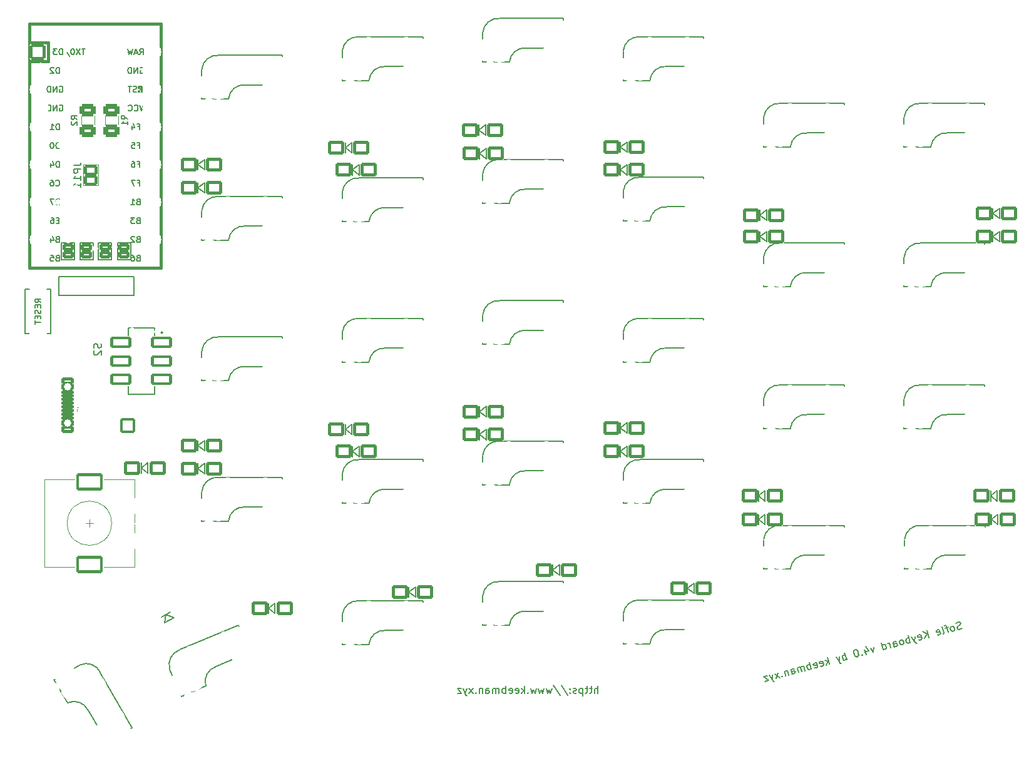
<source format=gbo>
G04 #@! TF.GenerationSoftware,KiCad,Pcbnew,9.0.0*
G04 #@! TF.CreationDate,2025-03-22T23:19:33+08:00*
G04 #@! TF.ProjectId,SofleKeyboard,536f666c-654b-4657-9962-6f6172642e6b,rev?*
G04 #@! TF.SameCoordinates,Original*
G04 #@! TF.FileFunction,Legend,Bot*
G04 #@! TF.FilePolarity,Positive*
%FSLAX46Y46*%
G04 Gerber Fmt 4.6, Leading zero omitted, Abs format (unit mm)*
G04 Created by KiCad (PCBNEW 9.0.0) date 2025-03-22 23:19:33*
%MOMM*%
%LPD*%
G01*
G04 APERTURE LIST*
G04 Aperture macros list*
%AMRoundRect*
0 Rectangle with rounded corners*
0 $1 Rounding radius*
0 $2 $3 $4 $5 $6 $7 $8 $9 X,Y pos of 4 corners*
0 Add a 4 corners polygon primitive as box body*
4,1,4,$2,$3,$4,$5,$6,$7,$8,$9,$2,$3,0*
0 Add four circle primitives for the rounded corners*
1,1,$1+$1,$2,$3*
1,1,$1+$1,$4,$5*
1,1,$1+$1,$6,$7*
1,1,$1+$1,$8,$9*
0 Add four rect primitives between the rounded corners*
20,1,$1+$1,$2,$3,$4,$5,0*
20,1,$1+$1,$4,$5,$6,$7,0*
20,1,$1+$1,$6,$7,$8,$9,0*
20,1,$1+$1,$8,$9,$2,$3,0*%
%AMFreePoly0*
4,1,41,2.776539,1.434775,2.811894,1.420130,2.884485,1.368623,2.920130,1.311894,2.934775,1.276539,2.950000,1.200000,2.950000,-1.200000,2.934775,-1.276539,2.920130,-1.311894,2.868623,-1.384485,2.811894,-1.420130,2.776539,-1.434775,2.700000,-1.450000,0.300000,-1.450000,0.223461,-1.434775,0.188106,-1.420130,0.115515,-1.368623,0.079870,-1.311894,0.065225,-1.276539,0.050000,-1.200000,
0.050000,-0.950000,-0.350000,-0.950000,-0.436777,-0.930194,-0.506366,-0.874698,-0.544986,-0.794504,-0.550000,-0.750000,-0.550000,0.750000,-0.530194,0.836777,-0.474698,0.906366,-0.394504,0.944986,-0.350000,0.950000,0.050000,0.950000,0.050000,1.200000,0.065225,1.276539,0.079870,1.311894,0.131377,1.384485,0.188106,1.420130,0.223461,1.434775,0.300000,1.450000,2.700000,1.450000,
2.776539,1.434775,2.776539,1.434775,$1*%
%AMFreePoly1*
4,1,44,-0.323461,1.434775,-0.288106,1.420130,-0.215515,1.368623,-0.179870,1.311894,-0.165225,1.276539,-0.150000,1.200000,-0.150000,0.950000,0.350000,0.950000,0.436777,0.930194,0.506366,0.874698,0.544986,0.794504,0.550000,0.750000,0.550000,-0.750000,0.530194,-0.836777,0.474698,-0.906366,0.394504,-0.944986,0.350000,-0.950000,-0.150000,-0.950000,-0.150000,-1.200000,-0.165225,-1.276539,
-0.179870,-1.311894,-0.231377,-1.384485,-0.288106,-1.420130,-0.323461,-1.434775,-0.400000,-1.450000,-2.300000,-1.450000,-2.366203,-1.438725,-2.397438,-1.427768,-2.456174,-1.395217,-2.956174,-0.995217,-3.006429,-0.935517,-3.024888,-0.901996,-3.049388,-0.816588,-3.049694,-0.811066,-3.050000,-0.800000,-3.050000,1.200000,-3.034775,1.276539,-3.020130,1.311894,-2.968623,1.384485,-2.911894,1.420130,
-2.876539,1.434775,-2.800000,1.450000,-0.400000,1.450000,-0.323461,1.434775,-0.323461,1.434775,$1*%
G04 Aperture macros list end*
%ADD10C,0.150000*%
%ADD11C,0.100000*%
%ADD12C,0.381000*%
%ADD13C,0.120000*%
%ADD14C,0.127000*%
%ADD15C,0.200000*%
%ADD16R,1.752600X1.752600*%
%ADD17C,1.752600*%
%ADD18C,5.100000*%
%ADD19RoundRect,0.200000X-0.876300X0.876300X-0.876300X-0.876300X0.876300X-0.876300X0.876300X0.876300X0*%
%ADD20C,2.152600*%
%ADD21RoundRect,0.200000X-0.900000X-0.750000X0.900000X-0.750000X0.900000X0.750000X-0.900000X0.750000X0*%
%ADD22RoundRect,0.200000X-1.099519X0.404423X-0.199519X-1.154423X1.099519X-0.404423X0.199519X1.154423X0*%
%ADD23C,2.100000*%
%ADD24C,3.400000*%
%ADD25C,4.400000*%
%ADD26FreePoly0,0.000000*%
%ADD27FreePoly1,0.000000*%
%ADD28FreePoly0,300.000000*%
%ADD29FreePoly1,300.000000*%
%ADD30FreePoly0,23.000000*%
%ADD31FreePoly1,23.000000*%
%ADD32C,1.797000*%
%ADD33C,2.400000*%
%ADD34RoundRect,0.200000X-1.600000X-1.000000X1.600000X-1.000000X1.600000X1.000000X-1.600000X1.000000X0*%
%ADD35RoundRect,0.200000X0.850000X-0.850000X0.850000X0.850000X-0.850000X0.850000X-0.850000X-0.850000X0*%
%ADD36O,2.100000X2.100000*%
%ADD37O,2.300000X1.500000*%
%ADD38O,2.500000X1.500000*%
%ADD39RoundRect,0.330000X-0.745000X0.495000X-0.745000X-0.495000X0.745000X-0.495000X0.745000X0.495000X0*%
%ADD40RoundRect,0.200000X0.571500X-0.317500X0.571500X0.317500X-0.571500X0.317500X-0.571500X-0.317500X0*%
%ADD41RoundRect,0.200000X-0.750000X0.500000X-0.750000X-0.500000X0.750000X-0.500000X0.750000X0.500000X0*%
%ADD42RoundRect,0.200000X-1.250000X0.600000X-1.250000X-0.600000X1.250000X-0.600000X1.250000X0.600000X0*%
%ADD43RoundRect,0.200000X0.650000X-0.300000X0.650000X0.300000X-0.650000X0.300000X-0.650000X-0.300000X0*%
%ADD44RoundRect,0.200000X0.650000X-0.150000X0.650000X0.150000X-0.650000X0.150000X-0.650000X-0.150000X0*%
%ADD45C,0.800000*%
%ADD46C,1.000000*%
G04 APERTURE END LIST*
D10*
X217201370Y-120727319D02*
X217075705Y-120810289D01*
X217075705Y-120810289D02*
X216845723Y-120871913D01*
X216845723Y-120871913D02*
X216741405Y-120850566D01*
X216741405Y-120850566D02*
X216683084Y-120816894D01*
X216683084Y-120816894D02*
X216612438Y-120737226D01*
X216612438Y-120737226D02*
X216587788Y-120645233D01*
X216587788Y-120645233D02*
X216609135Y-120540915D01*
X216609135Y-120540915D02*
X216642807Y-120482594D01*
X216642807Y-120482594D02*
X216722475Y-120411948D01*
X216722475Y-120411948D02*
X216894137Y-120316653D01*
X216894137Y-120316653D02*
X216973805Y-120246007D01*
X216973805Y-120246007D02*
X217007476Y-120187686D01*
X217007476Y-120187686D02*
X217028824Y-120083368D01*
X217028824Y-120083368D02*
X217004174Y-119991375D01*
X217004174Y-119991375D02*
X216933528Y-119911707D01*
X216933528Y-119911707D02*
X216875207Y-119878035D01*
X216875207Y-119878035D02*
X216770889Y-119856688D01*
X216770889Y-119856688D02*
X216540907Y-119918312D01*
X216540907Y-119918312D02*
X216415242Y-120001282D01*
X216109779Y-121069108D02*
X216189447Y-120998462D01*
X216189447Y-120998462D02*
X216223119Y-120940141D01*
X216223119Y-120940141D02*
X216244466Y-120835824D01*
X216244466Y-120835824D02*
X216170518Y-120559845D01*
X216170518Y-120559845D02*
X216099872Y-120480177D01*
X216099872Y-120480177D02*
X216041551Y-120446505D01*
X216041551Y-120446505D02*
X215937233Y-120425158D01*
X215937233Y-120425158D02*
X215799244Y-120462132D01*
X215799244Y-120462132D02*
X215719575Y-120532778D01*
X215719575Y-120532778D02*
X215685904Y-120591099D01*
X215685904Y-120591099D02*
X215664557Y-120695417D01*
X215664557Y-120695417D02*
X215738505Y-120971396D01*
X215738505Y-120971396D02*
X215809151Y-121051064D01*
X215809151Y-121051064D02*
X215867472Y-121084735D01*
X215867472Y-121084735D02*
X215971790Y-121106083D01*
X215971790Y-121106083D02*
X216109779Y-121069108D01*
X215339279Y-120585379D02*
X214971307Y-120683977D01*
X215373835Y-121266304D02*
X215151991Y-120438367D01*
X215151991Y-120438367D02*
X215081345Y-120358699D01*
X215081345Y-120358699D02*
X214977027Y-120337352D01*
X214977027Y-120337352D02*
X214885034Y-120362002D01*
X214683888Y-121451175D02*
X214763556Y-121380529D01*
X214763556Y-121380529D02*
X214784903Y-121276211D01*
X214784903Y-121276211D02*
X214563058Y-120448275D01*
X213935619Y-121602374D02*
X214039937Y-121623721D01*
X214039937Y-121623721D02*
X214223923Y-121574422D01*
X214223923Y-121574422D02*
X214303591Y-121503776D01*
X214303591Y-121503776D02*
X214324938Y-121399458D01*
X214324938Y-121399458D02*
X214226340Y-121031487D01*
X214226340Y-121031487D02*
X214155694Y-120951818D01*
X214155694Y-120951818D02*
X214051377Y-120930471D01*
X214051377Y-120930471D02*
X213867391Y-120979770D01*
X213867391Y-120979770D02*
X213787723Y-121050416D01*
X213787723Y-121050416D02*
X213766376Y-121154734D01*
X213766376Y-121154734D02*
X213791025Y-121246727D01*
X213791025Y-121246727D02*
X214275639Y-121215473D01*
X212752035Y-121968813D02*
X212493216Y-121002887D01*
X212200078Y-122116710D02*
X212466149Y-121453830D01*
X211941259Y-121150784D02*
X212641113Y-121554845D01*
X211405813Y-122280233D02*
X211510131Y-122301580D01*
X211510131Y-122301580D02*
X211694117Y-122252282D01*
X211694117Y-122252282D02*
X211773785Y-122181636D01*
X211773785Y-122181636D02*
X211795132Y-122077318D01*
X211795132Y-122077318D02*
X211696534Y-121709346D01*
X211696534Y-121709346D02*
X211625888Y-121629678D01*
X211625888Y-121629678D02*
X211521571Y-121608331D01*
X211521571Y-121608331D02*
X211337585Y-121657630D01*
X211337585Y-121657630D02*
X211257917Y-121728276D01*
X211257917Y-121728276D02*
X211236570Y-121832593D01*
X211236570Y-121832593D02*
X211261219Y-121924586D01*
X211261219Y-121924586D02*
X211745833Y-121893332D01*
X210877620Y-121780877D02*
X210820184Y-122486451D01*
X210417655Y-121904124D02*
X210820184Y-122486451D01*
X210820184Y-122486451D02*
X210973800Y-122691784D01*
X210973800Y-122691784D02*
X211032121Y-122725456D01*
X211032121Y-122725456D02*
X211136439Y-122746803D01*
X210222229Y-122646673D02*
X209963410Y-121680747D01*
X210062008Y-122048718D02*
X209957690Y-122027371D01*
X209957690Y-122027371D02*
X209773705Y-122076670D01*
X209773705Y-122076670D02*
X209694036Y-122147316D01*
X209694036Y-122147316D02*
X209660365Y-122205637D01*
X209660365Y-122205637D02*
X209639018Y-122309955D01*
X209639018Y-122309955D02*
X209712966Y-122585934D01*
X209712966Y-122585934D02*
X209783612Y-122665602D01*
X209783612Y-122665602D02*
X209841933Y-122699274D01*
X209841933Y-122699274D02*
X209946251Y-122720621D01*
X209946251Y-122720621D02*
X210130236Y-122671322D01*
X210130236Y-122671322D02*
X210209905Y-122600676D01*
X209210307Y-122917816D02*
X209289975Y-122847170D01*
X209289975Y-122847170D02*
X209323647Y-122788849D01*
X209323647Y-122788849D02*
X209344994Y-122684532D01*
X209344994Y-122684532D02*
X209271046Y-122408553D01*
X209271046Y-122408553D02*
X209200400Y-122328885D01*
X209200400Y-122328885D02*
X209142079Y-122295213D01*
X209142079Y-122295213D02*
X209037761Y-122273866D01*
X209037761Y-122273866D02*
X208899772Y-122310840D01*
X208899772Y-122310840D02*
X208820103Y-122381486D01*
X208820103Y-122381486D02*
X208786432Y-122439807D01*
X208786432Y-122439807D02*
X208765085Y-122544125D01*
X208765085Y-122544125D02*
X208839033Y-122820103D01*
X208839033Y-122820103D02*
X208909679Y-122899772D01*
X208909679Y-122899772D02*
X208968000Y-122933443D01*
X208968000Y-122933443D02*
X209072318Y-122954790D01*
X209072318Y-122954790D02*
X209210307Y-122917816D01*
X208060395Y-123225934D02*
X207924823Y-122719973D01*
X207924823Y-122719973D02*
X207946170Y-122615655D01*
X207946170Y-122615655D02*
X208025839Y-122545010D01*
X208025839Y-122545010D02*
X208209824Y-122495711D01*
X208209824Y-122495711D02*
X208314142Y-122517058D01*
X208048071Y-123179938D02*
X208152388Y-123201285D01*
X208152388Y-123201285D02*
X208382370Y-123139661D01*
X208382370Y-123139661D02*
X208462039Y-123069015D01*
X208462039Y-123069015D02*
X208483386Y-122964698D01*
X208483386Y-122964698D02*
X208458736Y-122872705D01*
X208458736Y-122872705D02*
X208388090Y-122793037D01*
X208388090Y-122793037D02*
X208283773Y-122771689D01*
X208283773Y-122771689D02*
X208053790Y-122833313D01*
X208053790Y-122833313D02*
X207949473Y-122811966D01*
X207600430Y-123349181D02*
X207427884Y-122705231D01*
X207477183Y-122889217D02*
X207406537Y-122809549D01*
X207406537Y-122809549D02*
X207348216Y-122775877D01*
X207348216Y-122775877D02*
X207243899Y-122754530D01*
X207243899Y-122754530D02*
X207151906Y-122779179D01*
X206588508Y-123620325D02*
X206329689Y-122654399D01*
X206576183Y-123574329D02*
X206680501Y-123595676D01*
X206680501Y-123595676D02*
X206864487Y-123546377D01*
X206864487Y-123546377D02*
X206944155Y-123475731D01*
X206944155Y-123475731D02*
X206977827Y-123417410D01*
X206977827Y-123417410D02*
X206999174Y-123313092D01*
X206999174Y-123313092D02*
X206925225Y-123037113D01*
X206925225Y-123037113D02*
X206854579Y-122957445D01*
X206854579Y-122957445D02*
X206796258Y-122923773D01*
X206796258Y-122923773D02*
X206691941Y-122902426D01*
X206691941Y-122902426D02*
X206507955Y-122951725D01*
X206507955Y-122951725D02*
X206428286Y-123022371D01*
X205312046Y-123272168D02*
X205254610Y-123977742D01*
X205254610Y-123977742D02*
X204852082Y-123395415D01*
X204070141Y-123604935D02*
X204242687Y-124248886D01*
X204201526Y-123175340D02*
X204616379Y-123803664D01*
X204616379Y-123803664D02*
X204018425Y-123963885D01*
X203712077Y-124292465D02*
X203678405Y-124350786D01*
X203678405Y-124350786D02*
X203736726Y-124384458D01*
X203736726Y-124384458D02*
X203770398Y-124326137D01*
X203770398Y-124326137D02*
X203712077Y-124292465D01*
X203712077Y-124292465D02*
X203736726Y-124384458D01*
X202833957Y-123591078D02*
X202741964Y-123615727D01*
X202741964Y-123615727D02*
X202662296Y-123686373D01*
X202662296Y-123686373D02*
X202628624Y-123744694D01*
X202628624Y-123744694D02*
X202607277Y-123849012D01*
X202607277Y-123849012D02*
X202610579Y-124045323D01*
X202610579Y-124045323D02*
X202672203Y-124275305D01*
X202672203Y-124275305D02*
X202767498Y-124446966D01*
X202767498Y-124446966D02*
X202838144Y-124526634D01*
X202838144Y-124526634D02*
X202896465Y-124560306D01*
X202896465Y-124560306D02*
X203000783Y-124581653D01*
X203000783Y-124581653D02*
X203092776Y-124557004D01*
X203092776Y-124557004D02*
X203172444Y-124486358D01*
X203172444Y-124486358D02*
X203206116Y-124428037D01*
X203206116Y-124428037D02*
X203227463Y-124323719D01*
X203227463Y-124323719D02*
X203224161Y-124127408D01*
X203224161Y-124127408D02*
X203162537Y-123897426D01*
X203162537Y-123897426D02*
X203067242Y-123725765D01*
X203067242Y-123725765D02*
X202996596Y-123646097D01*
X202996596Y-123646097D02*
X202938275Y-123612425D01*
X202938275Y-123612425D02*
X202833957Y-123591078D01*
X201620889Y-124951395D02*
X201362070Y-123985469D01*
X201460668Y-124353441D02*
X201356350Y-124332094D01*
X201356350Y-124332094D02*
X201172364Y-124381393D01*
X201172364Y-124381393D02*
X201092696Y-124452038D01*
X201092696Y-124452038D02*
X201059024Y-124510360D01*
X201059024Y-124510360D02*
X201037677Y-124614677D01*
X201037677Y-124614677D02*
X201111625Y-124890656D01*
X201111625Y-124890656D02*
X201182271Y-124970324D01*
X201182271Y-124970324D02*
X201240592Y-125003996D01*
X201240592Y-125003996D02*
X201344910Y-125025343D01*
X201344910Y-125025343D02*
X201528896Y-124976044D01*
X201528896Y-124976044D02*
X201608564Y-124905398D01*
X200666403Y-124516964D02*
X200608966Y-125222539D01*
X200206438Y-124640212D02*
X200608966Y-125222539D01*
X200608966Y-125222539D02*
X200762583Y-125427871D01*
X200762583Y-125427871D02*
X200820904Y-125461543D01*
X200820904Y-125461543D02*
X200925222Y-125482890D01*
X199275068Y-125579955D02*
X199016249Y-124614030D01*
X199084478Y-125236633D02*
X198907097Y-125678553D01*
X198734551Y-125034603D02*
X199201120Y-125303977D01*
X198112832Y-125842077D02*
X198217149Y-125863424D01*
X198217149Y-125863424D02*
X198401135Y-125814125D01*
X198401135Y-125814125D02*
X198480804Y-125743479D01*
X198480804Y-125743479D02*
X198502151Y-125639162D01*
X198502151Y-125639162D02*
X198403553Y-125271190D01*
X198403553Y-125271190D02*
X198332907Y-125191522D01*
X198332907Y-125191522D02*
X198228589Y-125170175D01*
X198228589Y-125170175D02*
X198044603Y-125219473D01*
X198044603Y-125219473D02*
X197964935Y-125290119D01*
X197964935Y-125290119D02*
X197943588Y-125394437D01*
X197943588Y-125394437D02*
X197968238Y-125486430D01*
X197968238Y-125486430D02*
X198452852Y-125455176D01*
X197284895Y-126063922D02*
X197389213Y-126085269D01*
X197389213Y-126085269D02*
X197573199Y-126035970D01*
X197573199Y-126035970D02*
X197652867Y-125965324D01*
X197652867Y-125965324D02*
X197674214Y-125861007D01*
X197674214Y-125861007D02*
X197575616Y-125493035D01*
X197575616Y-125493035D02*
X197504970Y-125413367D01*
X197504970Y-125413367D02*
X197400653Y-125392020D01*
X197400653Y-125392020D02*
X197216667Y-125441318D01*
X197216667Y-125441318D02*
X197136999Y-125511964D01*
X197136999Y-125511964D02*
X197115652Y-125616282D01*
X197115652Y-125616282D02*
X197140301Y-125708275D01*
X197140301Y-125708275D02*
X197624915Y-125677021D01*
X196837255Y-126233166D02*
X196578436Y-125267240D01*
X196677034Y-125635211D02*
X196572716Y-125613864D01*
X196572716Y-125613864D02*
X196388730Y-125663163D01*
X196388730Y-125663163D02*
X196309062Y-125733809D01*
X196309062Y-125733809D02*
X196275390Y-125792130D01*
X196275390Y-125792130D02*
X196254043Y-125896448D01*
X196254043Y-125896448D02*
X196327992Y-126172427D01*
X196327992Y-126172427D02*
X196398638Y-126252095D01*
X196398638Y-126252095D02*
X196456959Y-126285767D01*
X196456959Y-126285767D02*
X196561276Y-126307114D01*
X196561276Y-126307114D02*
X196745262Y-126257815D01*
X196745262Y-126257815D02*
X196824930Y-126187169D01*
X195963322Y-126467335D02*
X195790776Y-125823385D01*
X195815426Y-125915378D02*
X195757104Y-125881706D01*
X195757104Y-125881706D02*
X195652787Y-125860359D01*
X195652787Y-125860359D02*
X195514797Y-125897333D01*
X195514797Y-125897333D02*
X195435129Y-125967979D01*
X195435129Y-125967979D02*
X195413782Y-126072297D01*
X195413782Y-126072297D02*
X195549354Y-126578258D01*
X195413782Y-126072297D02*
X195343136Y-125992628D01*
X195343136Y-125992628D02*
X195238819Y-125971281D01*
X195238819Y-125971281D02*
X195100829Y-126008255D01*
X195100829Y-126008255D02*
X195021161Y-126078901D01*
X195021161Y-126078901D02*
X194999814Y-126183219D01*
X194999814Y-126183219D02*
X195135386Y-126689180D01*
X194261453Y-126923350D02*
X194125881Y-126417388D01*
X194125881Y-126417388D02*
X194147228Y-126313071D01*
X194147228Y-126313071D02*
X194226897Y-126242425D01*
X194226897Y-126242425D02*
X194410882Y-126193126D01*
X194410882Y-126193126D02*
X194515200Y-126214473D01*
X194249128Y-126877353D02*
X194353446Y-126898700D01*
X194353446Y-126898700D02*
X194583428Y-126837077D01*
X194583428Y-126837077D02*
X194663097Y-126766431D01*
X194663097Y-126766431D02*
X194684444Y-126662113D01*
X194684444Y-126662113D02*
X194659794Y-126570120D01*
X194659794Y-126570120D02*
X194589148Y-126490452D01*
X194589148Y-126490452D02*
X194484831Y-126469105D01*
X194484831Y-126469105D02*
X194254848Y-126530728D01*
X194254848Y-126530728D02*
X194150531Y-126509381D01*
X193628942Y-126402646D02*
X193801488Y-127046597D01*
X193653592Y-126494639D02*
X193595271Y-126460967D01*
X193595271Y-126460967D02*
X193490953Y-126439620D01*
X193490953Y-126439620D02*
X193352964Y-126476595D01*
X193352964Y-126476595D02*
X193273295Y-126547240D01*
X193273295Y-126547240D02*
X193251948Y-126651558D01*
X193251948Y-126651558D02*
X193387520Y-127157519D01*
X192902906Y-127188774D02*
X192869234Y-127247095D01*
X192869234Y-127247095D02*
X192927555Y-127280766D01*
X192927555Y-127280766D02*
X192961227Y-127222445D01*
X192961227Y-127222445D02*
X192902906Y-127188774D01*
X192902906Y-127188774D02*
X192927555Y-127280766D01*
X192559584Y-127379364D02*
X191881077Y-126870985D01*
X192387038Y-126735414D02*
X192053623Y-127514936D01*
X191605098Y-126944934D02*
X191547662Y-127650508D01*
X191145133Y-127068181D02*
X191547662Y-127650508D01*
X191547662Y-127650508D02*
X191701278Y-127855841D01*
X191701278Y-127855841D02*
X191759599Y-127889513D01*
X191759599Y-127889513D02*
X191863917Y-127910860D01*
X190869154Y-127142129D02*
X190363193Y-127277701D01*
X190363193Y-127277701D02*
X191041700Y-127786080D01*
X191041700Y-127786080D02*
X190535739Y-127921652D01*
X167982380Y-129506819D02*
X167982380Y-128506819D01*
X167553809Y-129506819D02*
X167553809Y-128983009D01*
X167553809Y-128983009D02*
X167601428Y-128887771D01*
X167601428Y-128887771D02*
X167696666Y-128840152D01*
X167696666Y-128840152D02*
X167839523Y-128840152D01*
X167839523Y-128840152D02*
X167934761Y-128887771D01*
X167934761Y-128887771D02*
X167982380Y-128935390D01*
X167220475Y-128840152D02*
X166839523Y-128840152D01*
X167077618Y-128506819D02*
X167077618Y-129363961D01*
X167077618Y-129363961D02*
X167029999Y-129459200D01*
X167029999Y-129459200D02*
X166934761Y-129506819D01*
X166934761Y-129506819D02*
X166839523Y-129506819D01*
X166649046Y-128840152D02*
X166268094Y-128840152D01*
X166506189Y-128506819D02*
X166506189Y-129363961D01*
X166506189Y-129363961D02*
X166458570Y-129459200D01*
X166458570Y-129459200D02*
X166363332Y-129506819D01*
X166363332Y-129506819D02*
X166268094Y-129506819D01*
X165934760Y-128840152D02*
X165934760Y-129840152D01*
X165934760Y-128887771D02*
X165839522Y-128840152D01*
X165839522Y-128840152D02*
X165649046Y-128840152D01*
X165649046Y-128840152D02*
X165553808Y-128887771D01*
X165553808Y-128887771D02*
X165506189Y-128935390D01*
X165506189Y-128935390D02*
X165458570Y-129030628D01*
X165458570Y-129030628D02*
X165458570Y-129316342D01*
X165458570Y-129316342D02*
X165506189Y-129411580D01*
X165506189Y-129411580D02*
X165553808Y-129459200D01*
X165553808Y-129459200D02*
X165649046Y-129506819D01*
X165649046Y-129506819D02*
X165839522Y-129506819D01*
X165839522Y-129506819D02*
X165934760Y-129459200D01*
X165077617Y-129459200D02*
X164982379Y-129506819D01*
X164982379Y-129506819D02*
X164791903Y-129506819D01*
X164791903Y-129506819D02*
X164696665Y-129459200D01*
X164696665Y-129459200D02*
X164649046Y-129363961D01*
X164649046Y-129363961D02*
X164649046Y-129316342D01*
X164649046Y-129316342D02*
X164696665Y-129221104D01*
X164696665Y-129221104D02*
X164791903Y-129173485D01*
X164791903Y-129173485D02*
X164934760Y-129173485D01*
X164934760Y-129173485D02*
X165029998Y-129125866D01*
X165029998Y-129125866D02*
X165077617Y-129030628D01*
X165077617Y-129030628D02*
X165077617Y-128983009D01*
X165077617Y-128983009D02*
X165029998Y-128887771D01*
X165029998Y-128887771D02*
X164934760Y-128840152D01*
X164934760Y-128840152D02*
X164791903Y-128840152D01*
X164791903Y-128840152D02*
X164696665Y-128887771D01*
X164220474Y-129411580D02*
X164172855Y-129459200D01*
X164172855Y-129459200D02*
X164220474Y-129506819D01*
X164220474Y-129506819D02*
X164268093Y-129459200D01*
X164268093Y-129459200D02*
X164220474Y-129411580D01*
X164220474Y-129411580D02*
X164220474Y-129506819D01*
X164220474Y-128887771D02*
X164172855Y-128935390D01*
X164172855Y-128935390D02*
X164220474Y-128983009D01*
X164220474Y-128983009D02*
X164268093Y-128935390D01*
X164268093Y-128935390D02*
X164220474Y-128887771D01*
X164220474Y-128887771D02*
X164220474Y-128983009D01*
X163029999Y-128459200D02*
X163887141Y-129744914D01*
X161982380Y-128459200D02*
X162839522Y-129744914D01*
X161744284Y-128840152D02*
X161553808Y-129506819D01*
X161553808Y-129506819D02*
X161363332Y-129030628D01*
X161363332Y-129030628D02*
X161172856Y-129506819D01*
X161172856Y-129506819D02*
X160982380Y-128840152D01*
X160696665Y-128840152D02*
X160506189Y-129506819D01*
X160506189Y-129506819D02*
X160315713Y-129030628D01*
X160315713Y-129030628D02*
X160125237Y-129506819D01*
X160125237Y-129506819D02*
X159934761Y-128840152D01*
X159649046Y-128840152D02*
X159458570Y-129506819D01*
X159458570Y-129506819D02*
X159268094Y-129030628D01*
X159268094Y-129030628D02*
X159077618Y-129506819D01*
X159077618Y-129506819D02*
X158887142Y-128840152D01*
X158506189Y-129411580D02*
X158458570Y-129459200D01*
X158458570Y-129459200D02*
X158506189Y-129506819D01*
X158506189Y-129506819D02*
X158553808Y-129459200D01*
X158553808Y-129459200D02*
X158506189Y-129411580D01*
X158506189Y-129411580D02*
X158506189Y-129506819D01*
X158029999Y-129506819D02*
X158029999Y-128506819D01*
X157934761Y-129125866D02*
X157649047Y-129506819D01*
X157649047Y-128840152D02*
X158029999Y-129221104D01*
X156839523Y-129459200D02*
X156934761Y-129506819D01*
X156934761Y-129506819D02*
X157125237Y-129506819D01*
X157125237Y-129506819D02*
X157220475Y-129459200D01*
X157220475Y-129459200D02*
X157268094Y-129363961D01*
X157268094Y-129363961D02*
X157268094Y-128983009D01*
X157268094Y-128983009D02*
X157220475Y-128887771D01*
X157220475Y-128887771D02*
X157125237Y-128840152D01*
X157125237Y-128840152D02*
X156934761Y-128840152D01*
X156934761Y-128840152D02*
X156839523Y-128887771D01*
X156839523Y-128887771D02*
X156791904Y-128983009D01*
X156791904Y-128983009D02*
X156791904Y-129078247D01*
X156791904Y-129078247D02*
X157268094Y-129173485D01*
X155982380Y-129459200D02*
X156077618Y-129506819D01*
X156077618Y-129506819D02*
X156268094Y-129506819D01*
X156268094Y-129506819D02*
X156363332Y-129459200D01*
X156363332Y-129459200D02*
X156410951Y-129363961D01*
X156410951Y-129363961D02*
X156410951Y-128983009D01*
X156410951Y-128983009D02*
X156363332Y-128887771D01*
X156363332Y-128887771D02*
X156268094Y-128840152D01*
X156268094Y-128840152D02*
X156077618Y-128840152D01*
X156077618Y-128840152D02*
X155982380Y-128887771D01*
X155982380Y-128887771D02*
X155934761Y-128983009D01*
X155934761Y-128983009D02*
X155934761Y-129078247D01*
X155934761Y-129078247D02*
X156410951Y-129173485D01*
X155506189Y-129506819D02*
X155506189Y-128506819D01*
X155506189Y-128887771D02*
X155410951Y-128840152D01*
X155410951Y-128840152D02*
X155220475Y-128840152D01*
X155220475Y-128840152D02*
X155125237Y-128887771D01*
X155125237Y-128887771D02*
X155077618Y-128935390D01*
X155077618Y-128935390D02*
X155029999Y-129030628D01*
X155029999Y-129030628D02*
X155029999Y-129316342D01*
X155029999Y-129316342D02*
X155077618Y-129411580D01*
X155077618Y-129411580D02*
X155125237Y-129459200D01*
X155125237Y-129459200D02*
X155220475Y-129506819D01*
X155220475Y-129506819D02*
X155410951Y-129506819D01*
X155410951Y-129506819D02*
X155506189Y-129459200D01*
X154601427Y-129506819D02*
X154601427Y-128840152D01*
X154601427Y-128935390D02*
X154553808Y-128887771D01*
X154553808Y-128887771D02*
X154458570Y-128840152D01*
X154458570Y-128840152D02*
X154315713Y-128840152D01*
X154315713Y-128840152D02*
X154220475Y-128887771D01*
X154220475Y-128887771D02*
X154172856Y-128983009D01*
X154172856Y-128983009D02*
X154172856Y-129506819D01*
X154172856Y-128983009D02*
X154125237Y-128887771D01*
X154125237Y-128887771D02*
X154029999Y-128840152D01*
X154029999Y-128840152D02*
X153887142Y-128840152D01*
X153887142Y-128840152D02*
X153791903Y-128887771D01*
X153791903Y-128887771D02*
X153744284Y-128983009D01*
X153744284Y-128983009D02*
X153744284Y-129506819D01*
X152839523Y-129506819D02*
X152839523Y-128983009D01*
X152839523Y-128983009D02*
X152887142Y-128887771D01*
X152887142Y-128887771D02*
X152982380Y-128840152D01*
X152982380Y-128840152D02*
X153172856Y-128840152D01*
X153172856Y-128840152D02*
X153268094Y-128887771D01*
X152839523Y-129459200D02*
X152934761Y-129506819D01*
X152934761Y-129506819D02*
X153172856Y-129506819D01*
X153172856Y-129506819D02*
X153268094Y-129459200D01*
X153268094Y-129459200D02*
X153315713Y-129363961D01*
X153315713Y-129363961D02*
X153315713Y-129268723D01*
X153315713Y-129268723D02*
X153268094Y-129173485D01*
X153268094Y-129173485D02*
X153172856Y-129125866D01*
X153172856Y-129125866D02*
X152934761Y-129125866D01*
X152934761Y-129125866D02*
X152839523Y-129078247D01*
X152363332Y-128840152D02*
X152363332Y-129506819D01*
X152363332Y-128935390D02*
X152315713Y-128887771D01*
X152315713Y-128887771D02*
X152220475Y-128840152D01*
X152220475Y-128840152D02*
X152077618Y-128840152D01*
X152077618Y-128840152D02*
X151982380Y-128887771D01*
X151982380Y-128887771D02*
X151934761Y-128983009D01*
X151934761Y-128983009D02*
X151934761Y-129506819D01*
X151458570Y-129411580D02*
X151410951Y-129459200D01*
X151410951Y-129459200D02*
X151458570Y-129506819D01*
X151458570Y-129506819D02*
X151506189Y-129459200D01*
X151506189Y-129459200D02*
X151458570Y-129411580D01*
X151458570Y-129411580D02*
X151458570Y-129506819D01*
X151077618Y-129506819D02*
X150553809Y-128840152D01*
X151077618Y-128840152D02*
X150553809Y-129506819D01*
X150268094Y-128840152D02*
X150029999Y-129506819D01*
X149791904Y-128840152D02*
X150029999Y-129506819D01*
X150029999Y-129506819D02*
X150125237Y-129744914D01*
X150125237Y-129744914D02*
X150172856Y-129792533D01*
X150172856Y-129792533D02*
X150268094Y-129840152D01*
X149506189Y-128840152D02*
X148982380Y-128840152D01*
X148982380Y-128840152D02*
X149506189Y-129506819D01*
X149506189Y-129506819D02*
X148982380Y-129506819D01*
X105727666Y-57923247D02*
X105994332Y-57923247D01*
X105994332Y-58342295D02*
X105994332Y-57542295D01*
X105994332Y-57542295D02*
X105613380Y-57542295D01*
X104965761Y-57542295D02*
X105118142Y-57542295D01*
X105118142Y-57542295D02*
X105194333Y-57580390D01*
X105194333Y-57580390D02*
X105232428Y-57618485D01*
X105232428Y-57618485D02*
X105308618Y-57732771D01*
X105308618Y-57732771D02*
X105346714Y-57885152D01*
X105346714Y-57885152D02*
X105346714Y-58189914D01*
X105346714Y-58189914D02*
X105308618Y-58266104D01*
X105308618Y-58266104D02*
X105270523Y-58304200D01*
X105270523Y-58304200D02*
X105194333Y-58342295D01*
X105194333Y-58342295D02*
X105041952Y-58342295D01*
X105041952Y-58342295D02*
X104965761Y-58304200D01*
X104965761Y-58304200D02*
X104927666Y-58266104D01*
X104927666Y-58266104D02*
X104889571Y-58189914D01*
X104889571Y-58189914D02*
X104889571Y-57999438D01*
X104889571Y-57999438D02*
X104927666Y-57923247D01*
X104927666Y-57923247D02*
X104965761Y-57885152D01*
X104965761Y-57885152D02*
X105041952Y-57847057D01*
X105041952Y-57847057D02*
X105194333Y-57847057D01*
X105194333Y-57847057D02*
X105270523Y-57885152D01*
X105270523Y-57885152D02*
X105308618Y-57923247D01*
X105308618Y-57923247D02*
X105346714Y-57999438D01*
X105784809Y-63003247D02*
X105670523Y-63041342D01*
X105670523Y-63041342D02*
X105632428Y-63079438D01*
X105632428Y-63079438D02*
X105594332Y-63155628D01*
X105594332Y-63155628D02*
X105594332Y-63269914D01*
X105594332Y-63269914D02*
X105632428Y-63346104D01*
X105632428Y-63346104D02*
X105670523Y-63384200D01*
X105670523Y-63384200D02*
X105746713Y-63422295D01*
X105746713Y-63422295D02*
X106051475Y-63422295D01*
X106051475Y-63422295D02*
X106051475Y-62622295D01*
X106051475Y-62622295D02*
X105784809Y-62622295D01*
X105784809Y-62622295D02*
X105708618Y-62660390D01*
X105708618Y-62660390D02*
X105670523Y-62698485D01*
X105670523Y-62698485D02*
X105632428Y-62774676D01*
X105632428Y-62774676D02*
X105632428Y-62850866D01*
X105632428Y-62850866D02*
X105670523Y-62927057D01*
X105670523Y-62927057D02*
X105708618Y-62965152D01*
X105708618Y-62965152D02*
X105784809Y-63003247D01*
X105784809Y-63003247D02*
X106051475Y-63003247D01*
X104832428Y-63422295D02*
X105289571Y-63422295D01*
X105060999Y-63422295D02*
X105060999Y-62622295D01*
X105060999Y-62622295D02*
X105137190Y-62736580D01*
X105137190Y-62736580D02*
X105213380Y-62812771D01*
X105213380Y-62812771D02*
X105289571Y-62850866D01*
X95129475Y-63422295D02*
X95129475Y-62622295D01*
X95129475Y-62622295D02*
X94938999Y-62622295D01*
X94938999Y-62622295D02*
X94824713Y-62660390D01*
X94824713Y-62660390D02*
X94748523Y-62736580D01*
X94748523Y-62736580D02*
X94710428Y-62812771D01*
X94710428Y-62812771D02*
X94672332Y-62965152D01*
X94672332Y-62965152D02*
X94672332Y-63079438D01*
X94672332Y-63079438D02*
X94710428Y-63231819D01*
X94710428Y-63231819D02*
X94748523Y-63308009D01*
X94748523Y-63308009D02*
X94824713Y-63384200D01*
X94824713Y-63384200D02*
X94938999Y-63422295D01*
X94938999Y-63422295D02*
X95129475Y-63422295D01*
X94405666Y-62622295D02*
X93872332Y-62622295D01*
X93872332Y-62622295D02*
X94215190Y-63422295D01*
X105573333Y-48124200D02*
X105459047Y-48162295D01*
X105459047Y-48162295D02*
X105268571Y-48162295D01*
X105268571Y-48162295D02*
X105192380Y-48124200D01*
X105192380Y-48124200D02*
X105154285Y-48086104D01*
X105154285Y-48086104D02*
X105116190Y-48009914D01*
X105116190Y-48009914D02*
X105116190Y-47933723D01*
X105116190Y-47933723D02*
X105154285Y-47857533D01*
X105154285Y-47857533D02*
X105192380Y-47819438D01*
X105192380Y-47819438D02*
X105268571Y-47781342D01*
X105268571Y-47781342D02*
X105420952Y-47743247D01*
X105420952Y-47743247D02*
X105497142Y-47705152D01*
X105497142Y-47705152D02*
X105535237Y-47667057D01*
X105535237Y-47667057D02*
X105573333Y-47590866D01*
X105573333Y-47590866D02*
X105573333Y-47514676D01*
X105573333Y-47514676D02*
X105535237Y-47438485D01*
X105535237Y-47438485D02*
X105497142Y-47400390D01*
X105497142Y-47400390D02*
X105420952Y-47362295D01*
X105420952Y-47362295D02*
X105230475Y-47362295D01*
X105230475Y-47362295D02*
X105116190Y-47400390D01*
X104887618Y-47362295D02*
X104430475Y-47362295D01*
X104659047Y-48162295D02*
X104659047Y-47362295D01*
X94672332Y-60806104D02*
X94710428Y-60844200D01*
X94710428Y-60844200D02*
X94824713Y-60882295D01*
X94824713Y-60882295D02*
X94900904Y-60882295D01*
X94900904Y-60882295D02*
X95015190Y-60844200D01*
X95015190Y-60844200D02*
X95091380Y-60768009D01*
X95091380Y-60768009D02*
X95129475Y-60691819D01*
X95129475Y-60691819D02*
X95167571Y-60539438D01*
X95167571Y-60539438D02*
X95167571Y-60425152D01*
X95167571Y-60425152D02*
X95129475Y-60272771D01*
X95129475Y-60272771D02*
X95091380Y-60196580D01*
X95091380Y-60196580D02*
X95015190Y-60120390D01*
X95015190Y-60120390D02*
X94900904Y-60082295D01*
X94900904Y-60082295D02*
X94824713Y-60082295D01*
X94824713Y-60082295D02*
X94710428Y-60120390D01*
X94710428Y-60120390D02*
X94672332Y-60158485D01*
X93986618Y-60082295D02*
X94138999Y-60082295D01*
X94138999Y-60082295D02*
X94215190Y-60120390D01*
X94215190Y-60120390D02*
X94253285Y-60158485D01*
X94253285Y-60158485D02*
X94329475Y-60272771D01*
X94329475Y-60272771D02*
X94367571Y-60425152D01*
X94367571Y-60425152D02*
X94367571Y-60729914D01*
X94367571Y-60729914D02*
X94329475Y-60806104D01*
X94329475Y-60806104D02*
X94291380Y-60844200D01*
X94291380Y-60844200D02*
X94215190Y-60882295D01*
X94215190Y-60882295D02*
X94062809Y-60882295D01*
X94062809Y-60882295D02*
X93986618Y-60844200D01*
X93986618Y-60844200D02*
X93948523Y-60806104D01*
X93948523Y-60806104D02*
X93910428Y-60729914D01*
X93910428Y-60729914D02*
X93910428Y-60539438D01*
X93910428Y-60539438D02*
X93948523Y-60463247D01*
X93948523Y-60463247D02*
X93986618Y-60425152D01*
X93986618Y-60425152D02*
X94062809Y-60387057D01*
X94062809Y-60387057D02*
X94215190Y-60387057D01*
X94215190Y-60387057D02*
X94291380Y-60425152D01*
X94291380Y-60425152D02*
X94329475Y-60463247D01*
X94329475Y-60463247D02*
X94367571Y-60539438D01*
X95129475Y-58342295D02*
X95129475Y-57542295D01*
X95129475Y-57542295D02*
X94938999Y-57542295D01*
X94938999Y-57542295D02*
X94824713Y-57580390D01*
X94824713Y-57580390D02*
X94748523Y-57656580D01*
X94748523Y-57656580D02*
X94710428Y-57732771D01*
X94710428Y-57732771D02*
X94672332Y-57885152D01*
X94672332Y-57885152D02*
X94672332Y-57999438D01*
X94672332Y-57999438D02*
X94710428Y-58151819D01*
X94710428Y-58151819D02*
X94748523Y-58228009D01*
X94748523Y-58228009D02*
X94824713Y-58304200D01*
X94824713Y-58304200D02*
X94938999Y-58342295D01*
X94938999Y-58342295D02*
X95129475Y-58342295D01*
X93986618Y-57808961D02*
X93986618Y-58342295D01*
X94177094Y-57504200D02*
X94367571Y-58075628D01*
X94367571Y-58075628D02*
X93872332Y-58075628D01*
X105784809Y-70623247D02*
X105670523Y-70661342D01*
X105670523Y-70661342D02*
X105632428Y-70699438D01*
X105632428Y-70699438D02*
X105594332Y-70775628D01*
X105594332Y-70775628D02*
X105594332Y-70889914D01*
X105594332Y-70889914D02*
X105632428Y-70966104D01*
X105632428Y-70966104D02*
X105670523Y-71004200D01*
X105670523Y-71004200D02*
X105746713Y-71042295D01*
X105746713Y-71042295D02*
X106051475Y-71042295D01*
X106051475Y-71042295D02*
X106051475Y-70242295D01*
X106051475Y-70242295D02*
X105784809Y-70242295D01*
X105784809Y-70242295D02*
X105708618Y-70280390D01*
X105708618Y-70280390D02*
X105670523Y-70318485D01*
X105670523Y-70318485D02*
X105632428Y-70394676D01*
X105632428Y-70394676D02*
X105632428Y-70470866D01*
X105632428Y-70470866D02*
X105670523Y-70547057D01*
X105670523Y-70547057D02*
X105708618Y-70585152D01*
X105708618Y-70585152D02*
X105784809Y-70623247D01*
X105784809Y-70623247D02*
X106051475Y-70623247D01*
X104908618Y-70242295D02*
X105060999Y-70242295D01*
X105060999Y-70242295D02*
X105137190Y-70280390D01*
X105137190Y-70280390D02*
X105175285Y-70318485D01*
X105175285Y-70318485D02*
X105251475Y-70432771D01*
X105251475Y-70432771D02*
X105289571Y-70585152D01*
X105289571Y-70585152D02*
X105289571Y-70889914D01*
X105289571Y-70889914D02*
X105251475Y-70966104D01*
X105251475Y-70966104D02*
X105213380Y-71004200D01*
X105213380Y-71004200D02*
X105137190Y-71042295D01*
X105137190Y-71042295D02*
X104984809Y-71042295D01*
X104984809Y-71042295D02*
X104908618Y-71004200D01*
X104908618Y-71004200D02*
X104870523Y-70966104D01*
X104870523Y-70966104D02*
X104832428Y-70889914D01*
X104832428Y-70889914D02*
X104832428Y-70699438D01*
X104832428Y-70699438D02*
X104870523Y-70623247D01*
X104870523Y-70623247D02*
X104908618Y-70585152D01*
X104908618Y-70585152D02*
X104984809Y-70547057D01*
X104984809Y-70547057D02*
X105137190Y-70547057D01*
X105137190Y-70547057D02*
X105213380Y-70585152D01*
X105213380Y-70585152D02*
X105251475Y-70623247D01*
X105251475Y-70623247D02*
X105289571Y-70699438D01*
X95129475Y-55802295D02*
X95129475Y-55002295D01*
X95129475Y-55002295D02*
X94938999Y-55002295D01*
X94938999Y-55002295D02*
X94824713Y-55040390D01*
X94824713Y-55040390D02*
X94748523Y-55116580D01*
X94748523Y-55116580D02*
X94710428Y-55192771D01*
X94710428Y-55192771D02*
X94672332Y-55345152D01*
X94672332Y-55345152D02*
X94672332Y-55459438D01*
X94672332Y-55459438D02*
X94710428Y-55611819D01*
X94710428Y-55611819D02*
X94748523Y-55688009D01*
X94748523Y-55688009D02*
X94824713Y-55764200D01*
X94824713Y-55764200D02*
X94938999Y-55802295D01*
X94938999Y-55802295D02*
X95129475Y-55802295D01*
X94177094Y-55002295D02*
X94100904Y-55002295D01*
X94100904Y-55002295D02*
X94024713Y-55040390D01*
X94024713Y-55040390D02*
X93986618Y-55078485D01*
X93986618Y-55078485D02*
X93948523Y-55154676D01*
X93948523Y-55154676D02*
X93910428Y-55307057D01*
X93910428Y-55307057D02*
X93910428Y-55497533D01*
X93910428Y-55497533D02*
X93948523Y-55649914D01*
X93948523Y-55649914D02*
X93986618Y-55726104D01*
X93986618Y-55726104D02*
X94024713Y-55764200D01*
X94024713Y-55764200D02*
X94100904Y-55802295D01*
X94100904Y-55802295D02*
X94177094Y-55802295D01*
X94177094Y-55802295D02*
X94253285Y-55764200D01*
X94253285Y-55764200D02*
X94291380Y-55726104D01*
X94291380Y-55726104D02*
X94329475Y-55649914D01*
X94329475Y-55649914D02*
X94367571Y-55497533D01*
X94367571Y-55497533D02*
X94367571Y-55307057D01*
X94367571Y-55307057D02*
X94329475Y-55154676D01*
X94329475Y-55154676D02*
X94291380Y-55078485D01*
X94291380Y-55078485D02*
X94253285Y-55040390D01*
X94253285Y-55040390D02*
X94177094Y-55002295D01*
X95148523Y-49960390D02*
X95224713Y-49922295D01*
X95224713Y-49922295D02*
X95338999Y-49922295D01*
X95338999Y-49922295D02*
X95453285Y-49960390D01*
X95453285Y-49960390D02*
X95529475Y-50036580D01*
X95529475Y-50036580D02*
X95567570Y-50112771D01*
X95567570Y-50112771D02*
X95605666Y-50265152D01*
X95605666Y-50265152D02*
X95605666Y-50379438D01*
X95605666Y-50379438D02*
X95567570Y-50531819D01*
X95567570Y-50531819D02*
X95529475Y-50608009D01*
X95529475Y-50608009D02*
X95453285Y-50684200D01*
X95453285Y-50684200D02*
X95338999Y-50722295D01*
X95338999Y-50722295D02*
X95262808Y-50722295D01*
X95262808Y-50722295D02*
X95148523Y-50684200D01*
X95148523Y-50684200D02*
X95110427Y-50646104D01*
X95110427Y-50646104D02*
X95110427Y-50379438D01*
X95110427Y-50379438D02*
X95262808Y-50379438D01*
X94767570Y-50722295D02*
X94767570Y-49922295D01*
X94767570Y-49922295D02*
X94310427Y-50722295D01*
X94310427Y-50722295D02*
X94310427Y-49922295D01*
X93929475Y-50722295D02*
X93929475Y-49922295D01*
X93929475Y-49922295D02*
X93738999Y-49922295D01*
X93738999Y-49922295D02*
X93624713Y-49960390D01*
X93624713Y-49960390D02*
X93548523Y-50036580D01*
X93548523Y-50036580D02*
X93510428Y-50112771D01*
X93510428Y-50112771D02*
X93472332Y-50265152D01*
X93472332Y-50265152D02*
X93472332Y-50379438D01*
X93472332Y-50379438D02*
X93510428Y-50531819D01*
X93510428Y-50531819D02*
X93548523Y-50608009D01*
X93548523Y-50608009D02*
X93624713Y-50684200D01*
X93624713Y-50684200D02*
X93738999Y-50722295D01*
X93738999Y-50722295D02*
X93929475Y-50722295D01*
X105727666Y-52843247D02*
X105994332Y-52843247D01*
X105994332Y-53262295D02*
X105994332Y-52462295D01*
X105994332Y-52462295D02*
X105613380Y-52462295D01*
X104965761Y-52728961D02*
X104965761Y-53262295D01*
X105156237Y-52424200D02*
X105346714Y-52995628D01*
X105346714Y-52995628D02*
X104851475Y-52995628D01*
X106013380Y-43102295D02*
X106280047Y-42721342D01*
X106470523Y-43102295D02*
X106470523Y-42302295D01*
X106470523Y-42302295D02*
X106165761Y-42302295D01*
X106165761Y-42302295D02*
X106089571Y-42340390D01*
X106089571Y-42340390D02*
X106051476Y-42378485D01*
X106051476Y-42378485D02*
X106013380Y-42454676D01*
X106013380Y-42454676D02*
X106013380Y-42568961D01*
X106013380Y-42568961D02*
X106051476Y-42645152D01*
X106051476Y-42645152D02*
X106089571Y-42683247D01*
X106089571Y-42683247D02*
X106165761Y-42721342D01*
X106165761Y-42721342D02*
X106470523Y-42721342D01*
X105708619Y-42873723D02*
X105327666Y-42873723D01*
X105784809Y-43102295D02*
X105518142Y-42302295D01*
X105518142Y-42302295D02*
X105251476Y-43102295D01*
X105061000Y-42302295D02*
X104870524Y-43102295D01*
X104870524Y-43102295D02*
X104718143Y-42530866D01*
X104718143Y-42530866D02*
X104565762Y-43102295D01*
X104565762Y-43102295D02*
X104375286Y-42302295D01*
X105727666Y-60463247D02*
X105994332Y-60463247D01*
X105994332Y-60882295D02*
X105994332Y-60082295D01*
X105994332Y-60082295D02*
X105613380Y-60082295D01*
X105384809Y-60082295D02*
X104851475Y-60082295D01*
X104851475Y-60082295D02*
X105194333Y-60882295D01*
X95129475Y-53262295D02*
X95129475Y-52462295D01*
X95129475Y-52462295D02*
X94938999Y-52462295D01*
X94938999Y-52462295D02*
X94824713Y-52500390D01*
X94824713Y-52500390D02*
X94748523Y-52576580D01*
X94748523Y-52576580D02*
X94710428Y-52652771D01*
X94710428Y-52652771D02*
X94672332Y-52805152D01*
X94672332Y-52805152D02*
X94672332Y-52919438D01*
X94672332Y-52919438D02*
X94710428Y-53071819D01*
X94710428Y-53071819D02*
X94748523Y-53148009D01*
X94748523Y-53148009D02*
X94824713Y-53224200D01*
X94824713Y-53224200D02*
X94938999Y-53262295D01*
X94938999Y-53262295D02*
X95129475Y-53262295D01*
X93910428Y-53262295D02*
X94367571Y-53262295D01*
X94138999Y-53262295D02*
X94138999Y-52462295D01*
X94138999Y-52462295D02*
X94215190Y-52576580D01*
X94215190Y-52576580D02*
X94291380Y-52652771D01*
X94291380Y-52652771D02*
X94367571Y-52690866D01*
X106527666Y-49922295D02*
X106260999Y-50722295D01*
X106260999Y-50722295D02*
X105994333Y-49922295D01*
X105270523Y-50646104D02*
X105308619Y-50684200D01*
X105308619Y-50684200D02*
X105422904Y-50722295D01*
X105422904Y-50722295D02*
X105499095Y-50722295D01*
X105499095Y-50722295D02*
X105613381Y-50684200D01*
X105613381Y-50684200D02*
X105689571Y-50608009D01*
X105689571Y-50608009D02*
X105727666Y-50531819D01*
X105727666Y-50531819D02*
X105765762Y-50379438D01*
X105765762Y-50379438D02*
X105765762Y-50265152D01*
X105765762Y-50265152D02*
X105727666Y-50112771D01*
X105727666Y-50112771D02*
X105689571Y-50036580D01*
X105689571Y-50036580D02*
X105613381Y-49960390D01*
X105613381Y-49960390D02*
X105499095Y-49922295D01*
X105499095Y-49922295D02*
X105422904Y-49922295D01*
X105422904Y-49922295D02*
X105308619Y-49960390D01*
X105308619Y-49960390D02*
X105270523Y-49998485D01*
X104470523Y-50646104D02*
X104508619Y-50684200D01*
X104508619Y-50684200D02*
X104622904Y-50722295D01*
X104622904Y-50722295D02*
X104699095Y-50722295D01*
X104699095Y-50722295D02*
X104813381Y-50684200D01*
X104813381Y-50684200D02*
X104889571Y-50608009D01*
X104889571Y-50608009D02*
X104927666Y-50531819D01*
X104927666Y-50531819D02*
X104965762Y-50379438D01*
X104965762Y-50379438D02*
X104965762Y-50265152D01*
X104965762Y-50265152D02*
X104927666Y-50112771D01*
X104927666Y-50112771D02*
X104889571Y-50036580D01*
X104889571Y-50036580D02*
X104813381Y-49960390D01*
X104813381Y-49960390D02*
X104699095Y-49922295D01*
X104699095Y-49922295D02*
X104622904Y-49922295D01*
X104622904Y-49922295D02*
X104508619Y-49960390D01*
X104508619Y-49960390D02*
X104470523Y-49998485D01*
X106070523Y-44880390D02*
X106146713Y-44842295D01*
X106146713Y-44842295D02*
X106260999Y-44842295D01*
X106260999Y-44842295D02*
X106375285Y-44880390D01*
X106375285Y-44880390D02*
X106451475Y-44956580D01*
X106451475Y-44956580D02*
X106489570Y-45032771D01*
X106489570Y-45032771D02*
X106527666Y-45185152D01*
X106527666Y-45185152D02*
X106527666Y-45299438D01*
X106527666Y-45299438D02*
X106489570Y-45451819D01*
X106489570Y-45451819D02*
X106451475Y-45528009D01*
X106451475Y-45528009D02*
X106375285Y-45604200D01*
X106375285Y-45604200D02*
X106260999Y-45642295D01*
X106260999Y-45642295D02*
X106184808Y-45642295D01*
X106184808Y-45642295D02*
X106070523Y-45604200D01*
X106070523Y-45604200D02*
X106032427Y-45566104D01*
X106032427Y-45566104D02*
X106032427Y-45299438D01*
X106032427Y-45299438D02*
X106184808Y-45299438D01*
X105689570Y-45642295D02*
X105689570Y-44842295D01*
X105689570Y-44842295D02*
X105232427Y-45642295D01*
X105232427Y-45642295D02*
X105232427Y-44842295D01*
X104851475Y-45642295D02*
X104851475Y-44842295D01*
X104851475Y-44842295D02*
X104660999Y-44842295D01*
X104660999Y-44842295D02*
X104546713Y-44880390D01*
X104546713Y-44880390D02*
X104470523Y-44956580D01*
X104470523Y-44956580D02*
X104432428Y-45032771D01*
X104432428Y-45032771D02*
X104394332Y-45185152D01*
X104394332Y-45185152D02*
X104394332Y-45299438D01*
X104394332Y-45299438D02*
X104432428Y-45451819D01*
X104432428Y-45451819D02*
X104470523Y-45528009D01*
X104470523Y-45528009D02*
X104546713Y-45604200D01*
X104546713Y-45604200D02*
X104660999Y-45642295D01*
X104660999Y-45642295D02*
X104851475Y-45642295D01*
X105784809Y-65543247D02*
X105670523Y-65581342D01*
X105670523Y-65581342D02*
X105632428Y-65619438D01*
X105632428Y-65619438D02*
X105594332Y-65695628D01*
X105594332Y-65695628D02*
X105594332Y-65809914D01*
X105594332Y-65809914D02*
X105632428Y-65886104D01*
X105632428Y-65886104D02*
X105670523Y-65924200D01*
X105670523Y-65924200D02*
X105746713Y-65962295D01*
X105746713Y-65962295D02*
X106051475Y-65962295D01*
X106051475Y-65962295D02*
X106051475Y-65162295D01*
X106051475Y-65162295D02*
X105784809Y-65162295D01*
X105784809Y-65162295D02*
X105708618Y-65200390D01*
X105708618Y-65200390D02*
X105670523Y-65238485D01*
X105670523Y-65238485D02*
X105632428Y-65314676D01*
X105632428Y-65314676D02*
X105632428Y-65390866D01*
X105632428Y-65390866D02*
X105670523Y-65467057D01*
X105670523Y-65467057D02*
X105708618Y-65505152D01*
X105708618Y-65505152D02*
X105784809Y-65543247D01*
X105784809Y-65543247D02*
X106051475Y-65543247D01*
X105327666Y-65162295D02*
X104832428Y-65162295D01*
X104832428Y-65162295D02*
X105099094Y-65467057D01*
X105099094Y-65467057D02*
X104984809Y-65467057D01*
X104984809Y-65467057D02*
X104908618Y-65505152D01*
X104908618Y-65505152D02*
X104870523Y-65543247D01*
X104870523Y-65543247D02*
X104832428Y-65619438D01*
X104832428Y-65619438D02*
X104832428Y-65809914D01*
X104832428Y-65809914D02*
X104870523Y-65886104D01*
X104870523Y-65886104D02*
X104908618Y-65924200D01*
X104908618Y-65924200D02*
X104984809Y-65962295D01*
X104984809Y-65962295D02*
X105213380Y-65962295D01*
X105213380Y-65962295D02*
X105289571Y-65924200D01*
X105289571Y-65924200D02*
X105327666Y-65886104D01*
X95091380Y-65543247D02*
X94824714Y-65543247D01*
X94710428Y-65962295D02*
X95091380Y-65962295D01*
X95091380Y-65962295D02*
X95091380Y-65162295D01*
X95091380Y-65162295D02*
X94710428Y-65162295D01*
X94024713Y-65162295D02*
X94177094Y-65162295D01*
X94177094Y-65162295D02*
X94253285Y-65200390D01*
X94253285Y-65200390D02*
X94291380Y-65238485D01*
X94291380Y-65238485D02*
X94367570Y-65352771D01*
X94367570Y-65352771D02*
X94405666Y-65505152D01*
X94405666Y-65505152D02*
X94405666Y-65809914D01*
X94405666Y-65809914D02*
X94367570Y-65886104D01*
X94367570Y-65886104D02*
X94329475Y-65924200D01*
X94329475Y-65924200D02*
X94253285Y-65962295D01*
X94253285Y-65962295D02*
X94100904Y-65962295D01*
X94100904Y-65962295D02*
X94024713Y-65924200D01*
X94024713Y-65924200D02*
X93986618Y-65886104D01*
X93986618Y-65886104D02*
X93948523Y-65809914D01*
X93948523Y-65809914D02*
X93948523Y-65619438D01*
X93948523Y-65619438D02*
X93986618Y-65543247D01*
X93986618Y-65543247D02*
X94024713Y-65505152D01*
X94024713Y-65505152D02*
X94100904Y-65467057D01*
X94100904Y-65467057D02*
X94253285Y-65467057D01*
X94253285Y-65467057D02*
X94329475Y-65505152D01*
X94329475Y-65505152D02*
X94367570Y-65543247D01*
X94367570Y-65543247D02*
X94405666Y-65619438D01*
X95129475Y-45642295D02*
X95129475Y-44842295D01*
X95129475Y-44842295D02*
X94938999Y-44842295D01*
X94938999Y-44842295D02*
X94824713Y-44880390D01*
X94824713Y-44880390D02*
X94748523Y-44956580D01*
X94748523Y-44956580D02*
X94710428Y-45032771D01*
X94710428Y-45032771D02*
X94672332Y-45185152D01*
X94672332Y-45185152D02*
X94672332Y-45299438D01*
X94672332Y-45299438D02*
X94710428Y-45451819D01*
X94710428Y-45451819D02*
X94748523Y-45528009D01*
X94748523Y-45528009D02*
X94824713Y-45604200D01*
X94824713Y-45604200D02*
X94938999Y-45642295D01*
X94938999Y-45642295D02*
X95129475Y-45642295D01*
X94367571Y-44918485D02*
X94329475Y-44880390D01*
X94329475Y-44880390D02*
X94253285Y-44842295D01*
X94253285Y-44842295D02*
X94062809Y-44842295D01*
X94062809Y-44842295D02*
X93986618Y-44880390D01*
X93986618Y-44880390D02*
X93948523Y-44918485D01*
X93948523Y-44918485D02*
X93910428Y-44994676D01*
X93910428Y-44994676D02*
X93910428Y-45070866D01*
X93910428Y-45070866D02*
X93948523Y-45185152D01*
X93948523Y-45185152D02*
X94405666Y-45642295D01*
X94405666Y-45642295D02*
X93910428Y-45642295D01*
X94862809Y-68083247D02*
X94748523Y-68121342D01*
X94748523Y-68121342D02*
X94710428Y-68159438D01*
X94710428Y-68159438D02*
X94672332Y-68235628D01*
X94672332Y-68235628D02*
X94672332Y-68349914D01*
X94672332Y-68349914D02*
X94710428Y-68426104D01*
X94710428Y-68426104D02*
X94748523Y-68464200D01*
X94748523Y-68464200D02*
X94824713Y-68502295D01*
X94824713Y-68502295D02*
X95129475Y-68502295D01*
X95129475Y-68502295D02*
X95129475Y-67702295D01*
X95129475Y-67702295D02*
X94862809Y-67702295D01*
X94862809Y-67702295D02*
X94786618Y-67740390D01*
X94786618Y-67740390D02*
X94748523Y-67778485D01*
X94748523Y-67778485D02*
X94710428Y-67854676D01*
X94710428Y-67854676D02*
X94710428Y-67930866D01*
X94710428Y-67930866D02*
X94748523Y-68007057D01*
X94748523Y-68007057D02*
X94786618Y-68045152D01*
X94786618Y-68045152D02*
X94862809Y-68083247D01*
X94862809Y-68083247D02*
X95129475Y-68083247D01*
X93986618Y-67968961D02*
X93986618Y-68502295D01*
X94177094Y-67664200D02*
X94367571Y-68235628D01*
X94367571Y-68235628D02*
X93872332Y-68235628D01*
X98618604Y-42302295D02*
X98161461Y-42302295D01*
X98390033Y-43102295D02*
X98390033Y-42302295D01*
X97970985Y-42302295D02*
X97437651Y-43102295D01*
X97437651Y-42302295D02*
X97970985Y-43102295D01*
X96980508Y-42302295D02*
X96904318Y-42302295D01*
X96904318Y-42302295D02*
X96828127Y-42340390D01*
X96828127Y-42340390D02*
X96790032Y-42378485D01*
X96790032Y-42378485D02*
X96751937Y-42454676D01*
X96751937Y-42454676D02*
X96713842Y-42607057D01*
X96713842Y-42607057D02*
X96713842Y-42797533D01*
X96713842Y-42797533D02*
X96751937Y-42949914D01*
X96751937Y-42949914D02*
X96790032Y-43026104D01*
X96790032Y-43026104D02*
X96828127Y-43064200D01*
X96828127Y-43064200D02*
X96904318Y-43102295D01*
X96904318Y-43102295D02*
X96980508Y-43102295D01*
X96980508Y-43102295D02*
X97056699Y-43064200D01*
X97056699Y-43064200D02*
X97094794Y-43026104D01*
X97094794Y-43026104D02*
X97132889Y-42949914D01*
X97132889Y-42949914D02*
X97170985Y-42797533D01*
X97170985Y-42797533D02*
X97170985Y-42607057D01*
X97170985Y-42607057D02*
X97132889Y-42454676D01*
X97132889Y-42454676D02*
X97094794Y-42378485D01*
X97094794Y-42378485D02*
X97056699Y-42340390D01*
X97056699Y-42340390D02*
X96980508Y-42302295D01*
X95799556Y-42264200D02*
X96485270Y-43292771D01*
X95532889Y-43102295D02*
X95532889Y-42302295D01*
X95532889Y-42302295D02*
X95342413Y-42302295D01*
X95342413Y-42302295D02*
X95228127Y-42340390D01*
X95228127Y-42340390D02*
X95151937Y-42416580D01*
X95151937Y-42416580D02*
X95113842Y-42492771D01*
X95113842Y-42492771D02*
X95075746Y-42645152D01*
X95075746Y-42645152D02*
X95075746Y-42759438D01*
X95075746Y-42759438D02*
X95113842Y-42911819D01*
X95113842Y-42911819D02*
X95151937Y-42988009D01*
X95151937Y-42988009D02*
X95228127Y-43064200D01*
X95228127Y-43064200D02*
X95342413Y-43102295D01*
X95342413Y-43102295D02*
X95532889Y-43102295D01*
X94809080Y-42302295D02*
X94313842Y-42302295D01*
X94313842Y-42302295D02*
X94580508Y-42607057D01*
X94580508Y-42607057D02*
X94466223Y-42607057D01*
X94466223Y-42607057D02*
X94390032Y-42645152D01*
X94390032Y-42645152D02*
X94351937Y-42683247D01*
X94351937Y-42683247D02*
X94313842Y-42759438D01*
X94313842Y-42759438D02*
X94313842Y-42949914D01*
X94313842Y-42949914D02*
X94351937Y-43026104D01*
X94351937Y-43026104D02*
X94390032Y-43064200D01*
X94390032Y-43064200D02*
X94466223Y-43102295D01*
X94466223Y-43102295D02*
X94694794Y-43102295D01*
X94694794Y-43102295D02*
X94770985Y-43064200D01*
X94770985Y-43064200D02*
X94809080Y-43026104D01*
X94862809Y-70623247D02*
X94748523Y-70661342D01*
X94748523Y-70661342D02*
X94710428Y-70699438D01*
X94710428Y-70699438D02*
X94672332Y-70775628D01*
X94672332Y-70775628D02*
X94672332Y-70889914D01*
X94672332Y-70889914D02*
X94710428Y-70966104D01*
X94710428Y-70966104D02*
X94748523Y-71004200D01*
X94748523Y-71004200D02*
X94824713Y-71042295D01*
X94824713Y-71042295D02*
X95129475Y-71042295D01*
X95129475Y-71042295D02*
X95129475Y-70242295D01*
X95129475Y-70242295D02*
X94862809Y-70242295D01*
X94862809Y-70242295D02*
X94786618Y-70280390D01*
X94786618Y-70280390D02*
X94748523Y-70318485D01*
X94748523Y-70318485D02*
X94710428Y-70394676D01*
X94710428Y-70394676D02*
X94710428Y-70470866D01*
X94710428Y-70470866D02*
X94748523Y-70547057D01*
X94748523Y-70547057D02*
X94786618Y-70585152D01*
X94786618Y-70585152D02*
X94862809Y-70623247D01*
X94862809Y-70623247D02*
X95129475Y-70623247D01*
X93948523Y-70242295D02*
X94329475Y-70242295D01*
X94329475Y-70242295D02*
X94367571Y-70623247D01*
X94367571Y-70623247D02*
X94329475Y-70585152D01*
X94329475Y-70585152D02*
X94253285Y-70547057D01*
X94253285Y-70547057D02*
X94062809Y-70547057D01*
X94062809Y-70547057D02*
X93986618Y-70585152D01*
X93986618Y-70585152D02*
X93948523Y-70623247D01*
X93948523Y-70623247D02*
X93910428Y-70699438D01*
X93910428Y-70699438D02*
X93910428Y-70889914D01*
X93910428Y-70889914D02*
X93948523Y-70966104D01*
X93948523Y-70966104D02*
X93986618Y-71004200D01*
X93986618Y-71004200D02*
X94062809Y-71042295D01*
X94062809Y-71042295D02*
X94253285Y-71042295D01*
X94253285Y-71042295D02*
X94329475Y-71004200D01*
X94329475Y-71004200D02*
X94367571Y-70966104D01*
X95148523Y-47420390D02*
X95224713Y-47382295D01*
X95224713Y-47382295D02*
X95338999Y-47382295D01*
X95338999Y-47382295D02*
X95453285Y-47420390D01*
X95453285Y-47420390D02*
X95529475Y-47496580D01*
X95529475Y-47496580D02*
X95567570Y-47572771D01*
X95567570Y-47572771D02*
X95605666Y-47725152D01*
X95605666Y-47725152D02*
X95605666Y-47839438D01*
X95605666Y-47839438D02*
X95567570Y-47991819D01*
X95567570Y-47991819D02*
X95529475Y-48068009D01*
X95529475Y-48068009D02*
X95453285Y-48144200D01*
X95453285Y-48144200D02*
X95338999Y-48182295D01*
X95338999Y-48182295D02*
X95262808Y-48182295D01*
X95262808Y-48182295D02*
X95148523Y-48144200D01*
X95148523Y-48144200D02*
X95110427Y-48106104D01*
X95110427Y-48106104D02*
X95110427Y-47839438D01*
X95110427Y-47839438D02*
X95262808Y-47839438D01*
X94767570Y-48182295D02*
X94767570Y-47382295D01*
X94767570Y-47382295D02*
X94310427Y-48182295D01*
X94310427Y-48182295D02*
X94310427Y-47382295D01*
X93929475Y-48182295D02*
X93929475Y-47382295D01*
X93929475Y-47382295D02*
X93738999Y-47382295D01*
X93738999Y-47382295D02*
X93624713Y-47420390D01*
X93624713Y-47420390D02*
X93548523Y-47496580D01*
X93548523Y-47496580D02*
X93510428Y-47572771D01*
X93510428Y-47572771D02*
X93472332Y-47725152D01*
X93472332Y-47725152D02*
X93472332Y-47839438D01*
X93472332Y-47839438D02*
X93510428Y-47991819D01*
X93510428Y-47991819D02*
X93548523Y-48068009D01*
X93548523Y-48068009D02*
X93624713Y-48144200D01*
X93624713Y-48144200D02*
X93738999Y-48182295D01*
X93738999Y-48182295D02*
X93929475Y-48182295D01*
X105727666Y-55383247D02*
X105994332Y-55383247D01*
X105994332Y-55802295D02*
X105994332Y-55002295D01*
X105994332Y-55002295D02*
X105613380Y-55002295D01*
X104927666Y-55002295D02*
X105308618Y-55002295D01*
X105308618Y-55002295D02*
X105346714Y-55383247D01*
X105346714Y-55383247D02*
X105308618Y-55345152D01*
X105308618Y-55345152D02*
X105232428Y-55307057D01*
X105232428Y-55307057D02*
X105041952Y-55307057D01*
X105041952Y-55307057D02*
X104965761Y-55345152D01*
X104965761Y-55345152D02*
X104927666Y-55383247D01*
X104927666Y-55383247D02*
X104889571Y-55459438D01*
X104889571Y-55459438D02*
X104889571Y-55649914D01*
X104889571Y-55649914D02*
X104927666Y-55726104D01*
X104927666Y-55726104D02*
X104965761Y-55764200D01*
X104965761Y-55764200D02*
X105041952Y-55802295D01*
X105041952Y-55802295D02*
X105232428Y-55802295D01*
X105232428Y-55802295D02*
X105308618Y-55764200D01*
X105308618Y-55764200D02*
X105346714Y-55726104D01*
X105784809Y-68083247D02*
X105670523Y-68121342D01*
X105670523Y-68121342D02*
X105632428Y-68159438D01*
X105632428Y-68159438D02*
X105594332Y-68235628D01*
X105594332Y-68235628D02*
X105594332Y-68349914D01*
X105594332Y-68349914D02*
X105632428Y-68426104D01*
X105632428Y-68426104D02*
X105670523Y-68464200D01*
X105670523Y-68464200D02*
X105746713Y-68502295D01*
X105746713Y-68502295D02*
X106051475Y-68502295D01*
X106051475Y-68502295D02*
X106051475Y-67702295D01*
X106051475Y-67702295D02*
X105784809Y-67702295D01*
X105784809Y-67702295D02*
X105708618Y-67740390D01*
X105708618Y-67740390D02*
X105670523Y-67778485D01*
X105670523Y-67778485D02*
X105632428Y-67854676D01*
X105632428Y-67854676D02*
X105632428Y-67930866D01*
X105632428Y-67930866D02*
X105670523Y-68007057D01*
X105670523Y-68007057D02*
X105708618Y-68045152D01*
X105708618Y-68045152D02*
X105784809Y-68083247D01*
X105784809Y-68083247D02*
X106051475Y-68083247D01*
X105289571Y-67778485D02*
X105251475Y-67740390D01*
X105251475Y-67740390D02*
X105175285Y-67702295D01*
X105175285Y-67702295D02*
X104984809Y-67702295D01*
X104984809Y-67702295D02*
X104908618Y-67740390D01*
X104908618Y-67740390D02*
X104870523Y-67778485D01*
X104870523Y-67778485D02*
X104832428Y-67854676D01*
X104832428Y-67854676D02*
X104832428Y-67930866D01*
X104832428Y-67930866D02*
X104870523Y-68045152D01*
X104870523Y-68045152D02*
X105327666Y-68502295D01*
X105327666Y-68502295D02*
X104832428Y-68502295D01*
X92642295Y-76640095D02*
X92261342Y-76373428D01*
X92642295Y-76182952D02*
X91842295Y-76182952D01*
X91842295Y-76182952D02*
X91842295Y-76487714D01*
X91842295Y-76487714D02*
X91880390Y-76563904D01*
X91880390Y-76563904D02*
X91918485Y-76601999D01*
X91918485Y-76601999D02*
X91994676Y-76640095D01*
X91994676Y-76640095D02*
X92108961Y-76640095D01*
X92108961Y-76640095D02*
X92185152Y-76601999D01*
X92185152Y-76601999D02*
X92223247Y-76563904D01*
X92223247Y-76563904D02*
X92261342Y-76487714D01*
X92261342Y-76487714D02*
X92261342Y-76182952D01*
X92223247Y-76982952D02*
X92223247Y-77249618D01*
X92642295Y-77363904D02*
X92642295Y-76982952D01*
X92642295Y-76982952D02*
X91842295Y-76982952D01*
X91842295Y-76982952D02*
X91842295Y-77363904D01*
X92604200Y-77668666D02*
X92642295Y-77782952D01*
X92642295Y-77782952D02*
X92642295Y-77973428D01*
X92642295Y-77973428D02*
X92604200Y-78049619D01*
X92604200Y-78049619D02*
X92566104Y-78087714D01*
X92566104Y-78087714D02*
X92489914Y-78125809D01*
X92489914Y-78125809D02*
X92413723Y-78125809D01*
X92413723Y-78125809D02*
X92337533Y-78087714D01*
X92337533Y-78087714D02*
X92299438Y-78049619D01*
X92299438Y-78049619D02*
X92261342Y-77973428D01*
X92261342Y-77973428D02*
X92223247Y-77821047D01*
X92223247Y-77821047D02*
X92185152Y-77744857D01*
X92185152Y-77744857D02*
X92147057Y-77706762D01*
X92147057Y-77706762D02*
X92070866Y-77668666D01*
X92070866Y-77668666D02*
X91994676Y-77668666D01*
X91994676Y-77668666D02*
X91918485Y-77706762D01*
X91918485Y-77706762D02*
X91880390Y-77744857D01*
X91880390Y-77744857D02*
X91842295Y-77821047D01*
X91842295Y-77821047D02*
X91842295Y-78011524D01*
X91842295Y-78011524D02*
X91880390Y-78125809D01*
X92223247Y-78468667D02*
X92223247Y-78735333D01*
X92642295Y-78849619D02*
X92642295Y-78468667D01*
X92642295Y-78468667D02*
X91842295Y-78468667D01*
X91842295Y-78468667D02*
X91842295Y-78849619D01*
X91842295Y-79078191D02*
X91842295Y-79535334D01*
X92642295Y-79306762D02*
X91842295Y-79306762D01*
X104360330Y-51837395D02*
X103979377Y-51570728D01*
X104360330Y-51380252D02*
X103560330Y-51380252D01*
X103560330Y-51380252D02*
X103560330Y-51685014D01*
X103560330Y-51685014D02*
X103598425Y-51761204D01*
X103598425Y-51761204D02*
X103636520Y-51799299D01*
X103636520Y-51799299D02*
X103712711Y-51837395D01*
X103712711Y-51837395D02*
X103826996Y-51837395D01*
X103826996Y-51837395D02*
X103903187Y-51799299D01*
X103903187Y-51799299D02*
X103941282Y-51761204D01*
X103941282Y-51761204D02*
X103979377Y-51685014D01*
X103979377Y-51685014D02*
X103979377Y-51380252D01*
X104360330Y-52599299D02*
X104360330Y-52142156D01*
X104360330Y-52370728D02*
X103560330Y-52370728D01*
X103560330Y-52370728D02*
X103674615Y-52294537D01*
X103674615Y-52294537D02*
X103750806Y-52218347D01*
X103750806Y-52218347D02*
X103788901Y-52142156D01*
X97542295Y-51876667D02*
X97161342Y-51610000D01*
X97542295Y-51419524D02*
X96742295Y-51419524D01*
X96742295Y-51419524D02*
X96742295Y-51724286D01*
X96742295Y-51724286D02*
X96780390Y-51800476D01*
X96780390Y-51800476D02*
X96818485Y-51838571D01*
X96818485Y-51838571D02*
X96894676Y-51876667D01*
X96894676Y-51876667D02*
X97008961Y-51876667D01*
X97008961Y-51876667D02*
X97085152Y-51838571D01*
X97085152Y-51838571D02*
X97123247Y-51800476D01*
X97123247Y-51800476D02*
X97161342Y-51724286D01*
X97161342Y-51724286D02*
X97161342Y-51419524D01*
X96818485Y-52181428D02*
X96780390Y-52219524D01*
X96780390Y-52219524D02*
X96742295Y-52295714D01*
X96742295Y-52295714D02*
X96742295Y-52486190D01*
X96742295Y-52486190D02*
X96780390Y-52562381D01*
X96780390Y-52562381D02*
X96818485Y-52600476D01*
X96818485Y-52600476D02*
X96894676Y-52638571D01*
X96894676Y-52638571D02*
X96970866Y-52638571D01*
X96970866Y-52638571D02*
X97085152Y-52600476D01*
X97085152Y-52600476D02*
X97542295Y-52143333D01*
X97542295Y-52143333D02*
X97542295Y-52638571D01*
X97054819Y-58100476D02*
X97769104Y-58100476D01*
X97769104Y-58100476D02*
X97911961Y-58052857D01*
X97911961Y-58052857D02*
X98007200Y-57957619D01*
X98007200Y-57957619D02*
X98054819Y-57814762D01*
X98054819Y-57814762D02*
X98054819Y-57719524D01*
X98054819Y-58576667D02*
X97054819Y-58576667D01*
X97054819Y-58576667D02*
X97054819Y-58957619D01*
X97054819Y-58957619D02*
X97102438Y-59052857D01*
X97102438Y-59052857D02*
X97150057Y-59100476D01*
X97150057Y-59100476D02*
X97245295Y-59148095D01*
X97245295Y-59148095D02*
X97388152Y-59148095D01*
X97388152Y-59148095D02*
X97483390Y-59100476D01*
X97483390Y-59100476D02*
X97531009Y-59052857D01*
X97531009Y-59052857D02*
X97578628Y-58957619D01*
X97578628Y-58957619D02*
X97578628Y-58576667D01*
X98054819Y-60100476D02*
X98054819Y-59529048D01*
X98054819Y-59814762D02*
X97054819Y-59814762D01*
X97054819Y-59814762D02*
X97197676Y-59719524D01*
X97197676Y-59719524D02*
X97292914Y-59624286D01*
X97292914Y-59624286D02*
X97340533Y-59529048D01*
X98054819Y-61052857D02*
X98054819Y-60481429D01*
X98054819Y-60767143D02*
X97054819Y-60767143D01*
X97054819Y-60767143D02*
X97197676Y-60671905D01*
X97197676Y-60671905D02*
X97292914Y-60576667D01*
X97292914Y-60576667D02*
X97340533Y-60481429D01*
X100752200Y-82215095D02*
X100799819Y-82357952D01*
X100799819Y-82357952D02*
X100799819Y-82596047D01*
X100799819Y-82596047D02*
X100752200Y-82691285D01*
X100752200Y-82691285D02*
X100704580Y-82738904D01*
X100704580Y-82738904D02*
X100609342Y-82786523D01*
X100609342Y-82786523D02*
X100514104Y-82786523D01*
X100514104Y-82786523D02*
X100418866Y-82738904D01*
X100418866Y-82738904D02*
X100371247Y-82691285D01*
X100371247Y-82691285D02*
X100323628Y-82596047D01*
X100323628Y-82596047D02*
X100276009Y-82405571D01*
X100276009Y-82405571D02*
X100228390Y-82310333D01*
X100228390Y-82310333D02*
X100180771Y-82262714D01*
X100180771Y-82262714D02*
X100085533Y-82215095D01*
X100085533Y-82215095D02*
X99990295Y-82215095D01*
X99990295Y-82215095D02*
X99895057Y-82262714D01*
X99895057Y-82262714D02*
X99847438Y-82310333D01*
X99847438Y-82310333D02*
X99799819Y-82405571D01*
X99799819Y-82405571D02*
X99799819Y-82643666D01*
X99799819Y-82643666D02*
X99847438Y-82786523D01*
X99895057Y-83167476D02*
X99847438Y-83215095D01*
X99847438Y-83215095D02*
X99799819Y-83310333D01*
X99799819Y-83310333D02*
X99799819Y-83548428D01*
X99799819Y-83548428D02*
X99847438Y-83643666D01*
X99847438Y-83643666D02*
X99895057Y-83691285D01*
X99895057Y-83691285D02*
X99990295Y-83738904D01*
X99990295Y-83738904D02*
X100085533Y-83738904D01*
X100085533Y-83738904D02*
X100228390Y-83691285D01*
X100228390Y-83691285D02*
X100799819Y-83119857D01*
X100799819Y-83119857D02*
X100799819Y-83738904D01*
D11*
X97496109Y-90860331D02*
X97853252Y-90860331D01*
X97853252Y-90860331D02*
X97924680Y-90836522D01*
X97924680Y-90836522D02*
X97972300Y-90788903D01*
X97972300Y-90788903D02*
X97996109Y-90717474D01*
X97996109Y-90717474D02*
X97996109Y-90669855D01*
X97496109Y-91336521D02*
X97496109Y-91098426D01*
X97496109Y-91098426D02*
X97734204Y-91074617D01*
X97734204Y-91074617D02*
X97710395Y-91098426D01*
X97710395Y-91098426D02*
X97686585Y-91146045D01*
X97686585Y-91146045D02*
X97686585Y-91265093D01*
X97686585Y-91265093D02*
X97710395Y-91312712D01*
X97710395Y-91312712D02*
X97734204Y-91336521D01*
X97734204Y-91336521D02*
X97781823Y-91360331D01*
X97781823Y-91360331D02*
X97900871Y-91360331D01*
X97900871Y-91360331D02*
X97948490Y-91336521D01*
X97948490Y-91336521D02*
X97972300Y-91312712D01*
X97972300Y-91312712D02*
X97996109Y-91265093D01*
X97996109Y-91265093D02*
X97996109Y-91146045D01*
X97996109Y-91146045D02*
X97972300Y-91098426D01*
X97972300Y-91098426D02*
X97948490Y-91074617D01*
D12*
X91110000Y-38930000D02*
X91110000Y-71950000D01*
X91110000Y-71950000D02*
X108890000Y-71950000D01*
X93650000Y-41470000D02*
X91110000Y-41470000D01*
X93650000Y-41470000D02*
X93650000Y-44010000D01*
X93650000Y-44010000D02*
X91110000Y-44010000D01*
X108890000Y-38930000D02*
X91110000Y-38930000D01*
X108890000Y-71950000D02*
X108890000Y-38930000D01*
D10*
X106344635Y-47459030D02*
X105844635Y-47459030D01*
X105844635Y-47359030D01*
X106344635Y-47359030D01*
X106344635Y-47459030D01*
G36*
X106344635Y-47459030D02*
G01*
X105844635Y-47459030D01*
X105844635Y-47359030D01*
X106344635Y-47359030D01*
X106344635Y-47459030D01*
G37*
X105944635Y-47659030D02*
X105844635Y-47659030D01*
X105844635Y-47359030D01*
X105944635Y-47359030D01*
X105944635Y-47659030D01*
G36*
X105944635Y-47659030D02*
G01*
X105844635Y-47659030D01*
X105844635Y-47359030D01*
X105944635Y-47359030D01*
X105944635Y-47659030D01*
G37*
X105944635Y-48159030D02*
X105844635Y-48159030D01*
X105844635Y-47959030D01*
X105944635Y-47959030D01*
X105944635Y-48159030D01*
G36*
X105944635Y-48159030D02*
G01*
X105844635Y-48159030D01*
X105844635Y-47959030D01*
X105944635Y-47959030D01*
X105944635Y-48159030D01*
G37*
X106144635Y-47859030D02*
X106044635Y-47859030D01*
X106044635Y-47759030D01*
X106144635Y-47759030D01*
X106144635Y-47859030D01*
G36*
X106144635Y-47859030D02*
G01*
X106044635Y-47859030D01*
X106044635Y-47759030D01*
X106144635Y-47759030D01*
X106144635Y-47859030D01*
G37*
X106344635Y-48159030D02*
X106244635Y-48159030D01*
X106244635Y-47359030D01*
X106344635Y-47359030D01*
X106344635Y-48159030D01*
G36*
X106344635Y-48159030D02*
G01*
X106244635Y-48159030D01*
X106244635Y-47359030D01*
X106344635Y-47359030D01*
X106344635Y-48159030D01*
G37*
X113900000Y-57300000D02*
X113900000Y-58700000D01*
X113900000Y-58000000D02*
X114800000Y-57300000D01*
X114800000Y-57300000D02*
X114800000Y-58700000D01*
X114800000Y-58700000D02*
X113900000Y-58000000D01*
X133800000Y-55000000D02*
X133800000Y-56400000D01*
X133800000Y-55700000D02*
X134700000Y-55000000D01*
X134700000Y-55000000D02*
X134700000Y-56400000D01*
X134700000Y-56400000D02*
X133800000Y-55700000D01*
X151900000Y-52600000D02*
X151900000Y-54000000D01*
X151900000Y-53300000D02*
X152800000Y-52600000D01*
X152800000Y-52600000D02*
X152800000Y-54000000D01*
X152800000Y-54000000D02*
X151900000Y-53300000D01*
X171000000Y-54900000D02*
X171000000Y-56300000D01*
X171000000Y-55600000D02*
X171900000Y-54900000D01*
X171900000Y-54900000D02*
X171900000Y-56300000D01*
X171900000Y-56300000D02*
X171000000Y-55600000D01*
X189900000Y-64100000D02*
X189900000Y-65500000D01*
X189900000Y-64800000D02*
X190800000Y-64100000D01*
X190800000Y-64100000D02*
X190800000Y-65500000D01*
X190800000Y-65500000D02*
X189900000Y-64800000D01*
X221400000Y-63900000D02*
X221400000Y-65300000D01*
X221400000Y-64600000D02*
X222300000Y-63900000D01*
X222300000Y-63900000D02*
X222300000Y-65300000D01*
X222300000Y-65300000D02*
X221400000Y-64600000D01*
X113900000Y-60400000D02*
X113900000Y-61800000D01*
X113900000Y-61100000D02*
X114800000Y-60400000D01*
X114800000Y-60400000D02*
X114800000Y-61800000D01*
X114800000Y-61800000D02*
X113900000Y-61100000D01*
X134800000Y-58000000D02*
X134800000Y-59400000D01*
X134800000Y-58700000D02*
X135700000Y-58000000D01*
X135700000Y-58000000D02*
X135700000Y-59400000D01*
X135700000Y-59400000D02*
X134800000Y-58700000D01*
X152000000Y-55800000D02*
X152000000Y-57200000D01*
X152000000Y-56500000D02*
X152900000Y-55800000D01*
X152900000Y-55800000D02*
X152900000Y-57200000D01*
X152900000Y-57200000D02*
X152000000Y-56500000D01*
X171000000Y-58000000D02*
X171000000Y-59400000D01*
X171000000Y-58700000D02*
X171900000Y-58000000D01*
X171900000Y-58000000D02*
X171900000Y-59400000D01*
X171900000Y-59400000D02*
X171000000Y-58700000D01*
X189900000Y-67000000D02*
X189900000Y-68400000D01*
X189900000Y-67700000D02*
X190800000Y-67000000D01*
X190800000Y-67000000D02*
X190800000Y-68400000D01*
X190800000Y-68400000D02*
X189900000Y-67700000D01*
X221400000Y-67000000D02*
X221400000Y-68400000D01*
X221400000Y-67700000D02*
X222300000Y-67000000D01*
X222300000Y-67000000D02*
X222300000Y-68400000D01*
X222300000Y-68400000D02*
X221400000Y-67700000D01*
X113900000Y-95300000D02*
X113900000Y-96700000D01*
X113900000Y-96000000D02*
X114800000Y-95300000D01*
X114800000Y-95300000D02*
X114800000Y-96700000D01*
X114800000Y-96700000D02*
X113900000Y-96000000D01*
X133800000Y-93100000D02*
X133800000Y-94500000D01*
X133800000Y-93800000D02*
X134700000Y-93100000D01*
X134700000Y-93100000D02*
X134700000Y-94500000D01*
X134700000Y-94500000D02*
X133800000Y-93800000D01*
X152000000Y-90700000D02*
X152000000Y-92100000D01*
X152000000Y-91400000D02*
X152900000Y-90700000D01*
X152900000Y-90700000D02*
X152900000Y-92100000D01*
X152900000Y-92100000D02*
X152000000Y-91400000D01*
X171000000Y-92900000D02*
X171000000Y-94300000D01*
X171000000Y-93600000D02*
X171900000Y-92900000D01*
X171900000Y-92900000D02*
X171900000Y-94300000D01*
X171900000Y-94300000D02*
X171000000Y-93600000D01*
X189700000Y-102100000D02*
X189700000Y-103500000D01*
X189700000Y-102800000D02*
X190600000Y-102100000D01*
X190600000Y-102100000D02*
X190600000Y-103500000D01*
X190600000Y-103500000D02*
X189700000Y-102800000D01*
X221100000Y-102100000D02*
X221100000Y-103500000D01*
X221100000Y-102800000D02*
X222000000Y-102100000D01*
X222000000Y-102100000D02*
X222000000Y-103500000D01*
X222000000Y-103500000D02*
X221100000Y-102800000D01*
X113900000Y-98400000D02*
X113900000Y-99800000D01*
X113900000Y-99100000D02*
X114800000Y-98400000D01*
X114800000Y-98400000D02*
X114800000Y-99800000D01*
X114800000Y-99800000D02*
X113900000Y-99100000D01*
X134800000Y-96100000D02*
X134800000Y-97500000D01*
X134800000Y-96800000D02*
X135700000Y-96100000D01*
X135700000Y-96100000D02*
X135700000Y-97500000D01*
X135700000Y-97500000D02*
X134800000Y-96800000D01*
X152000000Y-93800000D02*
X152000000Y-95200000D01*
X152000000Y-94500000D02*
X152900000Y-93800000D01*
X152900000Y-93800000D02*
X152900000Y-95200000D01*
X152900000Y-95200000D02*
X152000000Y-94500000D01*
X171000000Y-96100000D02*
X171000000Y-97500000D01*
X171000000Y-96800000D02*
X171900000Y-96100000D01*
X171900000Y-96100000D02*
X171900000Y-97500000D01*
X171900000Y-97500000D02*
X171000000Y-96800000D01*
X189700000Y-105300000D02*
X189700000Y-106700000D01*
X189700000Y-106000000D02*
X190600000Y-105300000D01*
X190600000Y-105300000D02*
X190600000Y-106700000D01*
X190600000Y-106700000D02*
X189700000Y-106000000D01*
X221200000Y-105300000D02*
X221200000Y-106700000D01*
X221200000Y-106000000D02*
X222100000Y-105300000D01*
X222100000Y-105300000D02*
X222100000Y-106700000D01*
X222100000Y-106700000D02*
X221200000Y-106000000D01*
X106200000Y-98310000D02*
X106200000Y-99710000D01*
X106200000Y-99010000D02*
X107100000Y-98310000D01*
X107100000Y-98310000D02*
X107100000Y-99710000D01*
X107100000Y-99710000D02*
X106200000Y-99010000D01*
X109393782Y-119996410D02*
X109550000Y-118866987D01*
X109550000Y-118866987D02*
X110606218Y-119296410D01*
X110156218Y-118516987D02*
X108943782Y-119216987D01*
X110606218Y-119296410D02*
X109393782Y-119996410D01*
X123400000Y-117300000D02*
X123400000Y-118700000D01*
X123400000Y-118000000D02*
X124300000Y-117300000D01*
X124300000Y-117300000D02*
X124300000Y-118700000D01*
X124300000Y-118700000D02*
X123400000Y-118000000D01*
X142400000Y-115100000D02*
X142400000Y-116500000D01*
X142400000Y-115800000D02*
X143300000Y-115100000D01*
X143300000Y-115100000D02*
X143300000Y-116500000D01*
X143300000Y-116500000D02*
X142400000Y-115800000D01*
X161900000Y-112110000D02*
X161900000Y-113510000D01*
X161900000Y-112810000D02*
X162800000Y-112110000D01*
X162800000Y-112110000D02*
X162800000Y-113510000D01*
X162800000Y-113510000D02*
X161900000Y-112810000D01*
X114400000Y-45150000D02*
X114400000Y-49095000D01*
X114400000Y-49104000D02*
X118010000Y-49104000D01*
X125300000Y-43196000D02*
X116675000Y-43196000D01*
X125300000Y-47104000D02*
X125300000Y-43196000D01*
X125300000Y-47150000D02*
X120250000Y-47196000D01*
X114411000Y-45080000D02*
G75*
G02*
X116675000Y-43196000I2074000J-190000D01*
G01*
X118015001Y-49079999D02*
G75*
G02*
X120275000Y-47200000I2069998J-189999D01*
G01*
X114400000Y-64250000D02*
X114400000Y-68195000D01*
X114400000Y-68204000D02*
X118010000Y-68204000D01*
X125300000Y-62296000D02*
X116675000Y-62296000D01*
X125300000Y-66204000D02*
X125300000Y-62296000D01*
X125300000Y-66250000D02*
X120250000Y-66296000D01*
X114411000Y-64180000D02*
G75*
G02*
X116675000Y-62296000I2074000J-190000D01*
G01*
X118015001Y-68179999D02*
G75*
G02*
X120275000Y-66300000I2069998J-189999D01*
G01*
X114400000Y-83250000D02*
X114400000Y-87195000D01*
X114400000Y-87204000D02*
X118010000Y-87204000D01*
X125300000Y-81296000D02*
X116675000Y-81296000D01*
X125300000Y-85204000D02*
X125300000Y-81296000D01*
X125300000Y-85250000D02*
X120250000Y-85296000D01*
X114411000Y-83180000D02*
G75*
G02*
X116675000Y-81296000I2074000J-190000D01*
G01*
X118015001Y-87179999D02*
G75*
G02*
X120275000Y-85300000I2069998J-189999D01*
G01*
X114400000Y-102250000D02*
X114400000Y-106195000D01*
X114400000Y-106204000D02*
X118010000Y-106204000D01*
X125300000Y-100296000D02*
X116675000Y-100296000D01*
X125300000Y-104204000D02*
X125300000Y-100296000D01*
X125300000Y-104250000D02*
X120250000Y-104296000D01*
X114411000Y-102180000D02*
G75*
G02*
X116675000Y-100296000I2074000J-190000D01*
G01*
X118015001Y-106179999D02*
G75*
G02*
X120275000Y-104300000I2069998J-189999D01*
G01*
X94425959Y-127679245D02*
X96230959Y-130805597D01*
X97850223Y-125702245D02*
X94433753Y-127674745D01*
X101568172Y-136141922D02*
X99003335Y-131791494D01*
X101608010Y-136118922D02*
X104992437Y-134164922D01*
X104992437Y-134164922D02*
X100679937Y-126695453D01*
X96254245Y-130797927D02*
G75*
G02*
X99012371Y-131815144I870454J-1887673D01*
G01*
X97916345Y-125676771D02*
G75*
G02*
X100679937Y-126695453I872455J-1891137D01*
G01*
X110089874Y-126319011D02*
X111631309Y-129950403D01*
X111634825Y-129958688D02*
X114957848Y-128548148D01*
X119359889Y-120261376D02*
X111420534Y-123631432D01*
X120886866Y-123858709D02*
X119359889Y-120261376D01*
X120904840Y-123901052D02*
X116274264Y-125916587D01*
X110072649Y-126250278D02*
G75*
G02*
X111420534Y-123631432I1983368J635479D01*
G01*
X114953073Y-128524101D02*
G75*
G02*
X116298839Y-125910500I1979685J633917D01*
G01*
X133400000Y-118950000D02*
X133400000Y-122895000D01*
X133400000Y-122904000D02*
X137010000Y-122904000D01*
X144300000Y-116996000D02*
X135675000Y-116996000D01*
X144300000Y-120904000D02*
X144300000Y-116996000D01*
X144300000Y-120950000D02*
X139250000Y-120996000D01*
X133411000Y-118880000D02*
G75*
G02*
X135675000Y-116996000I2074000J-190000D01*
G01*
X137015001Y-122879999D02*
G75*
G02*
X139275000Y-121000000I2069998J-189999D01*
G01*
X152400000Y-116350000D02*
X152400000Y-120295000D01*
X152400000Y-120304000D02*
X156010000Y-120304000D01*
X163300000Y-114396000D02*
X154675000Y-114396000D01*
X163300000Y-118304000D02*
X163300000Y-114396000D01*
X163300000Y-118350000D02*
X158250000Y-118396000D01*
X152411000Y-116280000D02*
G75*
G02*
X154675000Y-114396000I2074000J-190000D01*
G01*
X156015001Y-120279999D02*
G75*
G02*
X158275000Y-118400000I2069998J-189999D01*
G01*
X95030000Y-73140000D02*
X105190000Y-73140000D01*
X95030000Y-75680000D02*
X95030000Y-73140000D01*
X105190000Y-73140000D02*
X105190000Y-75680000D01*
X105190000Y-75680000D02*
X95030000Y-75680000D01*
X180100000Y-114610000D02*
X180100000Y-116010000D01*
X180100000Y-115310000D02*
X181000000Y-114610000D01*
X181000000Y-114610000D02*
X181000000Y-116010000D01*
X181000000Y-116010000D02*
X180100000Y-115310000D01*
X133400000Y-80750000D02*
X133400000Y-84695000D01*
X133400000Y-84704000D02*
X137010000Y-84704000D01*
X144300000Y-78796000D02*
X135675000Y-78796000D01*
X144300000Y-82704000D02*
X144300000Y-78796000D01*
X144300000Y-82750000D02*
X139250000Y-82796000D01*
X133411000Y-80680000D02*
G75*
G02*
X135675000Y-78796000I2074000J-190000D01*
G01*
X137015001Y-84679999D02*
G75*
G02*
X139275000Y-82800000I2069998J-189999D01*
G01*
X133400000Y-99850000D02*
X133400000Y-103795000D01*
X133400000Y-103804000D02*
X137010000Y-103804000D01*
X144300000Y-97896000D02*
X135675000Y-97896000D01*
X144300000Y-101804000D02*
X144300000Y-97896000D01*
X144300000Y-101850000D02*
X139250000Y-101896000D01*
X133411000Y-99780000D02*
G75*
G02*
X135675000Y-97896000I2074000J-190000D01*
G01*
X137015001Y-103779999D02*
G75*
G02*
X139275000Y-101900000I2069998J-189999D01*
G01*
X133400000Y-61750000D02*
X133400000Y-65695000D01*
X133400000Y-65704000D02*
X137010000Y-65704000D01*
X144300000Y-59796000D02*
X135675000Y-59796000D01*
X144300000Y-63704000D02*
X144300000Y-59796000D01*
X144300000Y-63750000D02*
X139250000Y-63796000D01*
X133411000Y-61680000D02*
G75*
G02*
X135675000Y-59796000I2074000J-190000D01*
G01*
X137015001Y-65679999D02*
G75*
G02*
X139275000Y-63800000I2069998J-189999D01*
G01*
X133400000Y-42650000D02*
X133400000Y-46595000D01*
X133400000Y-46604000D02*
X137010000Y-46604000D01*
X144300000Y-40696000D02*
X135675000Y-40696000D01*
X144300000Y-44604000D02*
X144300000Y-40696000D01*
X144300000Y-44650000D02*
X139250000Y-44696000D01*
X133411000Y-42580000D02*
G75*
G02*
X135675000Y-40696000I2074000J-190000D01*
G01*
X137015001Y-46579999D02*
G75*
G02*
X139275000Y-44700000I2069998J-189999D01*
G01*
X152400000Y-78350000D02*
X152400000Y-82295000D01*
X152400000Y-82304000D02*
X156010000Y-82304000D01*
X163300000Y-76396000D02*
X154675000Y-76396000D01*
X163300000Y-80304000D02*
X163300000Y-76396000D01*
X163300000Y-80350000D02*
X158250000Y-80396000D01*
X152411000Y-78280000D02*
G75*
G02*
X154675000Y-76396000I2074000J-190000D01*
G01*
X156015001Y-82279999D02*
G75*
G02*
X158275000Y-80400000I2069998J-189999D01*
G01*
X152400000Y-40160000D02*
X152400000Y-44105000D01*
X152400000Y-44114000D02*
X156010000Y-44114000D01*
X163300000Y-38206000D02*
X154675000Y-38206000D01*
X163300000Y-42114000D02*
X163300000Y-38206000D01*
X163300000Y-42160000D02*
X158250000Y-42206000D01*
X152411000Y-40090000D02*
G75*
G02*
X154675000Y-38206000I2074000J-190000D01*
G01*
X156015001Y-44089999D02*
G75*
G02*
X158275000Y-42210000I2069998J-189999D01*
G01*
X152400000Y-59250000D02*
X152400000Y-63195000D01*
X152400000Y-63204000D02*
X156010000Y-63204000D01*
X163300000Y-57296000D02*
X154675000Y-57296000D01*
X163300000Y-61204000D02*
X163300000Y-57296000D01*
X163300000Y-61250000D02*
X158250000Y-61296000D01*
X152411000Y-59180000D02*
G75*
G02*
X154675000Y-57296000I2074000J-190000D01*
G01*
X156015001Y-63179999D02*
G75*
G02*
X158275000Y-61300000I2069998J-189999D01*
G01*
X152400000Y-97350000D02*
X152400000Y-101295000D01*
X152400000Y-101304000D02*
X156010000Y-101304000D01*
X163300000Y-95396000D02*
X154675000Y-95396000D01*
X163300000Y-99304000D02*
X163300000Y-95396000D01*
X163300000Y-99350000D02*
X158250000Y-99396000D01*
X152411000Y-97280000D02*
G75*
G02*
X154675000Y-95396000I2074000J-190000D01*
G01*
X156015001Y-101279999D02*
G75*
G02*
X158275000Y-99400000I2069998J-189999D01*
G01*
X171400000Y-99850000D02*
X171400000Y-103795000D01*
X171400000Y-103804000D02*
X175010000Y-103804000D01*
X182300000Y-97896000D02*
X173675000Y-97896000D01*
X182300000Y-101804000D02*
X182300000Y-97896000D01*
X182300000Y-101850000D02*
X177250000Y-101896000D01*
X171411000Y-99780000D02*
G75*
G02*
X173675000Y-97896000I2074000J-190000D01*
G01*
X175015001Y-103779999D02*
G75*
G02*
X177275000Y-101900000I2069998J-189999D01*
G01*
X171400000Y-61650000D02*
X171400000Y-65595000D01*
X171400000Y-65604000D02*
X175010000Y-65604000D01*
X182300000Y-59696000D02*
X173675000Y-59696000D01*
X182300000Y-63604000D02*
X182300000Y-59696000D01*
X182300000Y-63650000D02*
X177250000Y-63696000D01*
X171411000Y-61580000D02*
G75*
G02*
X173675000Y-59696000I2074000J-190000D01*
G01*
X175015001Y-65579999D02*
G75*
G02*
X177275000Y-63700000I2069998J-189999D01*
G01*
X171400000Y-118850000D02*
X171400000Y-122795000D01*
X171400000Y-122804000D02*
X175010000Y-122804000D01*
X182300000Y-116896000D02*
X173675000Y-116896000D01*
X182300000Y-120804000D02*
X182300000Y-116896000D01*
X182300000Y-120850000D02*
X177250000Y-120896000D01*
X171411000Y-118780000D02*
G75*
G02*
X173675000Y-116896000I2074000J-190000D01*
G01*
X175015001Y-122779999D02*
G75*
G02*
X177275000Y-120900000I2069998J-189999D01*
G01*
X171400000Y-80750000D02*
X171400000Y-84695000D01*
X171400000Y-84704000D02*
X175010000Y-84704000D01*
X182300000Y-78796000D02*
X173675000Y-78796000D01*
X182300000Y-82704000D02*
X182300000Y-78796000D01*
X182300000Y-82750000D02*
X177250000Y-82796000D01*
X171411000Y-80680000D02*
G75*
G02*
X173675000Y-78796000I2074000J-190000D01*
G01*
X175015001Y-84679999D02*
G75*
G02*
X177275000Y-82800000I2069998J-189999D01*
G01*
X171400000Y-42650000D02*
X171400000Y-46595000D01*
X171400000Y-46604000D02*
X175010000Y-46604000D01*
X182300000Y-40696000D02*
X173675000Y-40696000D01*
X182300000Y-44604000D02*
X182300000Y-40696000D01*
X182300000Y-44650000D02*
X177250000Y-44696000D01*
X171411000Y-42580000D02*
G75*
G02*
X173675000Y-40696000I2074000J-190000D01*
G01*
X175015001Y-46579999D02*
G75*
G02*
X177275000Y-44700000I2069998J-189999D01*
G01*
X190400000Y-51650000D02*
X190400000Y-55595000D01*
X190400000Y-55604000D02*
X194010000Y-55604000D01*
X201300000Y-49696000D02*
X192675000Y-49696000D01*
X201300000Y-53604000D02*
X201300000Y-49696000D01*
X201300000Y-53650000D02*
X196250000Y-53696000D01*
X190411000Y-51580000D02*
G75*
G02*
X192675000Y-49696000I2074000J-190000D01*
G01*
X194015001Y-55579999D02*
G75*
G02*
X196275000Y-53700000I2069998J-189999D01*
G01*
X190400000Y-108750000D02*
X190400000Y-112695000D01*
X190400000Y-112704000D02*
X194010000Y-112704000D01*
X201300000Y-106796000D02*
X192675000Y-106796000D01*
X201300000Y-110704000D02*
X201300000Y-106796000D01*
X201300000Y-110750000D02*
X196250000Y-110796000D01*
X190411000Y-108680000D02*
G75*
G02*
X192675000Y-106796000I2074000J-190000D01*
G01*
X194015001Y-112679999D02*
G75*
G02*
X196275000Y-110800000I2069998J-189999D01*
G01*
X209400000Y-89750000D02*
X209400000Y-93695000D01*
X209400000Y-93704000D02*
X213010000Y-93704000D01*
X220300000Y-87796000D02*
X211675000Y-87796000D01*
X220300000Y-91704000D02*
X220300000Y-87796000D01*
X220300000Y-91750000D02*
X215250000Y-91796000D01*
X209411000Y-89680000D02*
G75*
G02*
X211675000Y-87796000I2074000J-190000D01*
G01*
X213015001Y-93679999D02*
G75*
G02*
X215275000Y-91800000I2069998J-189999D01*
G01*
X209450000Y-108750000D02*
X209450000Y-112695000D01*
X209450000Y-112704000D02*
X213060000Y-112704000D01*
X220350000Y-106796000D02*
X211725000Y-106796000D01*
X220350000Y-110704000D02*
X220350000Y-106796000D01*
X220350000Y-110750000D02*
X215300000Y-110796000D01*
X209461000Y-108680000D02*
G75*
G02*
X211725000Y-106796000I2074000J-190000D01*
G01*
X213065001Y-112679999D02*
G75*
G02*
X215325000Y-110800000I2069998J-189999D01*
G01*
X209400000Y-51650000D02*
X209400000Y-55595000D01*
X209400000Y-55604000D02*
X213010000Y-55604000D01*
X220300000Y-49696000D02*
X211675000Y-49696000D01*
X220300000Y-53604000D02*
X220300000Y-49696000D01*
X220300000Y-53650000D02*
X215250000Y-53696000D01*
X209411000Y-51580000D02*
G75*
G02*
X211675000Y-49696000I2074000J-190000D01*
G01*
X213015001Y-55579999D02*
G75*
G02*
X215275000Y-53700000I2069998J-189999D01*
G01*
X209400000Y-70550000D02*
X209400000Y-74495000D01*
X209400000Y-74504000D02*
X213010000Y-74504000D01*
X220300000Y-68596000D02*
X211675000Y-68596000D01*
X220300000Y-72504000D02*
X220300000Y-68596000D01*
X220300000Y-72550000D02*
X215250000Y-72596000D01*
X209411000Y-70480000D02*
G75*
G02*
X211675000Y-68596000I2074000J-190000D01*
G01*
X213015001Y-74479999D02*
G75*
G02*
X215275000Y-72600000I2069998J-189999D01*
G01*
X190400000Y-89750000D02*
X190400000Y-93695000D01*
X190400000Y-93704000D02*
X194010000Y-93704000D01*
X201300000Y-87796000D02*
X192675000Y-87796000D01*
X201300000Y-91704000D02*
X201300000Y-87796000D01*
X201300000Y-91750000D02*
X196250000Y-91796000D01*
X190411000Y-89680000D02*
G75*
G02*
X192675000Y-87796000I2074000J-190000D01*
G01*
X194015001Y-93679999D02*
G75*
G02*
X196275000Y-91800000I2069998J-189999D01*
G01*
X190400000Y-70550000D02*
X190400000Y-74495000D01*
X190400000Y-74504000D02*
X194010000Y-74504000D01*
X201300000Y-68596000D02*
X192675000Y-68596000D01*
X201300000Y-72504000D02*
X201300000Y-68596000D01*
X201300000Y-72550000D02*
X196250000Y-72596000D01*
X190411000Y-70480000D02*
G75*
G02*
X192675000Y-68596000I2074000J-190000D01*
G01*
X194015001Y-74479999D02*
G75*
G02*
X196275000Y-72600000I2069998J-189999D01*
G01*
D13*
X93100000Y-100600000D02*
X93100000Y-112400000D01*
X97200000Y-100600000D02*
X93100000Y-100600000D01*
X97200000Y-112400000D02*
X93100000Y-112400000D01*
X98700000Y-106500000D02*
X99700000Y-106500000D01*
X99200000Y-106000000D02*
X99200000Y-107000000D01*
X101200000Y-100600000D02*
X105300000Y-100600000D01*
X105300000Y-100600000D02*
X105300000Y-103000000D01*
X105300000Y-105200000D02*
X105300000Y-107800000D01*
X105300000Y-110000000D02*
X105300000Y-112400000D01*
X105300000Y-112400000D02*
X101200000Y-112400000D01*
X102200000Y-106500000D02*
G75*
G02*
X96200000Y-106500000I-3000000J0D01*
G01*
X96200000Y-106500000D02*
G75*
G02*
X102200000Y-106500000I3000000J0D01*
G01*
D10*
X90480000Y-74802000D02*
X91180000Y-74802000D01*
X90480000Y-80802000D02*
X90480000Y-74802000D01*
X90480000Y-80802000D02*
X90480000Y-74902000D01*
X90480000Y-80802000D02*
X91180000Y-80802000D01*
X93980000Y-74802000D02*
X93380000Y-74802000D01*
X93980000Y-74802000D02*
X93980000Y-80802000D01*
X93980000Y-80802000D02*
X93380000Y-80802000D01*
D13*
X101290000Y-51407936D02*
X101290000Y-52612064D01*
X103110000Y-51407936D02*
X103110000Y-52612064D01*
X98090000Y-51407936D02*
X98090000Y-52612064D01*
X99910000Y-51407936D02*
X99910000Y-52612064D01*
D10*
X100411000Y-68557000D02*
X100411000Y-70843000D01*
X100411000Y-70843000D02*
X102189000Y-70843000D01*
X102189000Y-68557000D02*
X100411000Y-68557000D01*
X102189000Y-70843000D02*
X102189000Y-68557000D01*
X97911000Y-68557000D02*
X97911000Y-70843000D01*
X97911000Y-70843000D02*
X99689000Y-70843000D01*
X99689000Y-68557000D02*
X97911000Y-68557000D01*
X99689000Y-70843000D02*
X99689000Y-68557000D01*
X95411000Y-68557000D02*
X95411000Y-70843000D01*
X95411000Y-70843000D02*
X97189000Y-70843000D01*
X97189000Y-68557000D02*
X95411000Y-68557000D01*
X97189000Y-70843000D02*
X97189000Y-68557000D01*
X103011000Y-68557000D02*
X103011000Y-70843000D01*
X103011000Y-70843000D02*
X104789000Y-70843000D01*
X104789000Y-68557000D02*
X103011000Y-68557000D01*
X104789000Y-70843000D02*
X104789000Y-68557000D01*
D13*
X98400000Y-58010000D02*
X98400000Y-60810000D01*
X98400000Y-60810000D02*
X100400000Y-60810000D01*
X100400000Y-58010000D02*
X98400000Y-58010000D01*
X100400000Y-60810000D02*
X100400000Y-58010000D01*
D14*
X104430000Y-80052000D02*
X108030000Y-80052000D01*
X104430000Y-81132000D02*
X104430000Y-80052000D01*
X104430000Y-89052000D02*
X104430000Y-87972000D01*
X108030000Y-80052000D02*
X108030000Y-81132000D01*
X108030000Y-87972000D02*
X108030000Y-89052000D01*
X108030000Y-89052000D02*
X104430000Y-89052000D01*
D15*
X109080000Y-80712000D02*
G75*
G02*
X108880000Y-80712000I-100000J0D01*
G01*
X108880000Y-80712000D02*
G75*
G02*
X109080000Y-80712000I100000J0D01*
G01*
D16*
X92151400Y-42740000D03*
D17*
X92608600Y-45280000D03*
X92151400Y-47820000D03*
X92608600Y-50360000D03*
X92151400Y-52900000D03*
X92608600Y-55440000D03*
X92151400Y-57980000D03*
X92608600Y-60520000D03*
X92151400Y-63060000D03*
X92608600Y-65600000D03*
X92151400Y-68140000D03*
X92608600Y-70680000D03*
X107391400Y-70680000D03*
X107848600Y-68140000D03*
X107391400Y-65600000D03*
X107848600Y-63060000D03*
X107391400Y-60520000D03*
X107848600Y-57980000D03*
X107391400Y-55440000D03*
X107848600Y-52900000D03*
X107391400Y-50360000D03*
X107848600Y-47820000D03*
X107391400Y-45280000D03*
X107848600Y-42740000D03*
%LPC*%
D18*
X129300000Y-59600000D03*
X205800000Y-66210000D03*
X205800000Y-104510000D03*
X103800000Y-120810000D03*
D19*
X92151400Y-42740000D03*
D20*
X92608600Y-45280000D03*
X92151400Y-47820000D03*
X92608600Y-50360000D03*
X92151400Y-52900000D03*
X92608600Y-55440000D03*
X92151400Y-57980000D03*
X92608600Y-60520000D03*
X92151400Y-63060000D03*
X92608600Y-65600000D03*
X92151400Y-68140000D03*
X92608600Y-70680000D03*
X107391400Y-70680000D03*
X107848600Y-68140000D03*
X107391400Y-65600000D03*
X107848600Y-63060000D03*
X107391400Y-60520000D03*
X107848600Y-57980000D03*
X107391400Y-55440000D03*
X107848600Y-52900000D03*
X107391400Y-50360000D03*
X107848600Y-47820000D03*
X107391400Y-45280000D03*
X107848600Y-42740000D03*
D21*
X112700000Y-58000000D03*
X116100000Y-58000000D03*
X132600000Y-55700000D03*
X136000000Y-55700000D03*
X150700000Y-53300000D03*
X154100000Y-53300000D03*
X169800000Y-55600000D03*
X173200000Y-55600000D03*
X188700000Y-64800000D03*
X192100000Y-64800000D03*
X220200000Y-64600000D03*
X223600000Y-64600000D03*
X112700000Y-61100000D03*
X116100000Y-61100000D03*
X133600000Y-58700000D03*
X137000000Y-58700000D03*
X150800000Y-56500000D03*
X154200000Y-56500000D03*
X169800000Y-58700000D03*
X173200000Y-58700000D03*
X188700000Y-67700000D03*
X192100000Y-67700000D03*
X220200000Y-67700000D03*
X223600000Y-67700000D03*
X112700000Y-96000000D03*
X116100000Y-96000000D03*
X132600000Y-93800000D03*
X136000000Y-93800000D03*
X150800000Y-91400000D03*
X154200000Y-91400000D03*
X169800000Y-93600000D03*
X173200000Y-93600000D03*
X188500000Y-102800000D03*
X191900000Y-102800000D03*
X219900000Y-102800000D03*
X223300000Y-102800000D03*
X112700000Y-99100000D03*
X116100000Y-99100000D03*
X133600000Y-96800000D03*
X137000000Y-96800000D03*
X150800000Y-94500000D03*
X154200000Y-94500000D03*
X169800000Y-96800000D03*
X173200000Y-96800000D03*
X188500000Y-106000000D03*
X191900000Y-106000000D03*
X220000000Y-106000000D03*
X223400000Y-106000000D03*
X105000000Y-99010000D03*
X108400000Y-99010000D03*
D22*
X108950000Y-117827757D03*
X110650000Y-120772243D03*
D21*
X122200000Y-118000000D03*
X125600000Y-118000000D03*
X141200000Y-115800000D03*
X144600000Y-115800000D03*
X160700000Y-112810000D03*
X164100000Y-112810000D03*
D23*
X115420000Y-50000000D03*
D24*
X116690000Y-47459999D03*
X117960000Y-44920000D03*
D25*
X120500000Y-50000000D03*
D24*
X123040000Y-44920000D03*
X124310000Y-47460000D03*
D23*
X125580000Y-50000000D03*
D26*
X112000000Y-47500000D03*
D27*
X127700000Y-44900000D03*
D23*
X115420000Y-69100000D03*
D24*
X116690000Y-66559999D03*
X117960000Y-64020000D03*
D25*
X120500000Y-69100000D03*
D24*
X123040000Y-64020000D03*
X124310000Y-66560000D03*
D23*
X125580000Y-69100000D03*
D26*
X112000000Y-66600000D03*
D27*
X127700000Y-64000000D03*
D23*
X115420000Y-88100000D03*
D24*
X116690000Y-85559999D03*
X117960000Y-83020000D03*
D25*
X120500000Y-88100000D03*
D24*
X123040000Y-83020000D03*
X124310000Y-85560000D03*
D23*
X125580000Y-88100000D03*
D26*
X112000000Y-85600000D03*
D27*
X127700000Y-83000000D03*
D23*
X115420000Y-107100000D03*
D24*
X116690000Y-104559999D03*
X117960000Y-102020000D03*
D25*
X120500000Y-107100000D03*
D24*
X123040000Y-102020000D03*
X124310000Y-104560000D03*
D23*
X125580000Y-107100000D03*
D26*
X112000000Y-104600000D03*
D27*
X127700000Y-102000000D03*
D23*
X94160000Y-129010591D03*
D24*
X96994705Y-128840443D03*
X99829409Y-128670295D03*
D25*
X96700000Y-133410000D03*
D24*
X102369409Y-133069705D03*
X100804705Y-135439557D03*
D23*
X99240000Y-137809409D03*
D28*
X94615064Y-124798784D03*
D29*
X104716730Y-137095383D03*
D23*
X112923835Y-130384914D03*
D24*
X113100419Y-127550602D03*
X113277004Y-124716292D03*
D25*
X117600000Y-128400000D03*
D24*
X117953168Y-122731378D03*
X120114666Y-124573232D03*
D23*
X122276165Y-126415086D03*
D30*
X108798881Y-129419952D03*
D31*
X122234906Y-120892161D03*
D23*
X134420000Y-123800000D03*
D24*
X135690000Y-121259999D03*
X136960000Y-118720000D03*
D25*
X139500000Y-123800000D03*
D24*
X142040000Y-118720000D03*
X143310000Y-121260000D03*
D23*
X144580000Y-123800000D03*
D26*
X131000000Y-121300000D03*
D27*
X146700000Y-118700000D03*
D23*
X153420000Y-121200000D03*
D24*
X154690000Y-118659999D03*
X155960000Y-116120000D03*
D25*
X158500000Y-121200000D03*
D24*
X161040000Y-116120000D03*
X162310000Y-118660000D03*
D23*
X163580000Y-121200000D03*
D26*
X150000000Y-118700000D03*
D27*
X165700000Y-116100000D03*
D32*
X96300000Y-74410000D03*
X98840000Y-74410000D03*
X101380000Y-74410000D03*
X103920000Y-74410000D03*
D21*
X178900000Y-115310000D03*
X182300000Y-115310000D03*
D23*
X134420000Y-85600000D03*
D24*
X135690000Y-83059999D03*
X136960000Y-80520000D03*
D25*
X139500000Y-85600000D03*
D24*
X142040000Y-80520000D03*
X143310000Y-83060000D03*
D23*
X144580000Y-85600000D03*
D26*
X131000000Y-83100000D03*
D27*
X146700000Y-80500000D03*
D23*
X134420000Y-104700000D03*
D24*
X135690000Y-102159999D03*
X136960000Y-99620000D03*
D25*
X139500000Y-104700000D03*
D24*
X142040000Y-99620000D03*
X143310000Y-102160000D03*
D23*
X144580000Y-104700000D03*
D26*
X131000000Y-102200000D03*
D27*
X146700000Y-99600000D03*
D23*
X134420000Y-66600000D03*
D24*
X135690000Y-64059999D03*
X136960000Y-61520000D03*
D25*
X139500000Y-66600000D03*
D24*
X142040000Y-61520000D03*
X143310000Y-64060000D03*
D23*
X144580000Y-66600000D03*
D26*
X131000000Y-64100000D03*
D27*
X146700000Y-61500000D03*
D23*
X134420000Y-47500000D03*
D24*
X135690000Y-44959999D03*
X136960000Y-42420000D03*
D25*
X139500000Y-47500000D03*
D24*
X142040000Y-42420000D03*
X143310000Y-44960000D03*
D23*
X144580000Y-47500000D03*
D26*
X131000000Y-45000000D03*
D27*
X146700000Y-42400000D03*
D23*
X153420000Y-83200000D03*
D24*
X154690000Y-80659999D03*
X155960000Y-78120000D03*
D25*
X158500000Y-83200000D03*
D24*
X161040000Y-78120000D03*
X162310000Y-80660000D03*
D23*
X163580000Y-83200000D03*
D26*
X150000000Y-80700000D03*
D27*
X165700000Y-78100000D03*
D23*
X153420000Y-45010000D03*
D24*
X154690000Y-42469999D03*
X155960000Y-39930000D03*
D25*
X158500000Y-45010000D03*
D24*
X161040000Y-39930000D03*
X162310000Y-42470000D03*
D23*
X163580000Y-45010000D03*
D26*
X150000000Y-42510000D03*
D27*
X165700000Y-39910000D03*
D23*
X153420000Y-64100000D03*
D24*
X154690000Y-61559999D03*
X155960000Y-59020000D03*
D25*
X158500000Y-64100000D03*
D24*
X161040000Y-59020000D03*
X162310000Y-61560000D03*
D23*
X163580000Y-64100000D03*
D26*
X150000000Y-61600000D03*
D27*
X165700000Y-59000000D03*
D23*
X153420000Y-102200000D03*
D24*
X154690000Y-99659999D03*
X155960000Y-97120000D03*
D25*
X158500000Y-102200000D03*
D24*
X161040000Y-97120000D03*
X162310000Y-99660000D03*
D23*
X163580000Y-102200000D03*
D26*
X150000000Y-99700000D03*
D27*
X165700000Y-97100000D03*
D23*
X172420000Y-104700000D03*
D24*
X173690000Y-102159999D03*
X174960000Y-99620000D03*
D25*
X177500000Y-104700000D03*
D24*
X180040000Y-99620000D03*
X181310000Y-102160000D03*
D23*
X182580000Y-104700000D03*
D26*
X169000000Y-102200000D03*
D27*
X184700000Y-99600000D03*
D23*
X172420000Y-66500000D03*
D24*
X173690000Y-63959999D03*
X174960000Y-61420000D03*
D25*
X177500000Y-66500000D03*
D24*
X180040000Y-61420000D03*
X181310000Y-63960000D03*
D23*
X182580000Y-66500000D03*
D26*
X169000000Y-64000000D03*
D27*
X184700000Y-61400000D03*
D23*
X172420000Y-123700000D03*
D24*
X173690000Y-121159999D03*
X174960000Y-118620000D03*
D25*
X177500000Y-123700000D03*
D24*
X180040000Y-118620000D03*
X181310000Y-121160000D03*
D23*
X182580000Y-123700000D03*
D26*
X169000000Y-121200000D03*
D27*
X184700000Y-118600000D03*
D23*
X172420000Y-85600000D03*
D24*
X173690000Y-83059999D03*
X174960000Y-80520000D03*
D25*
X177500000Y-85600000D03*
D24*
X180040000Y-80520000D03*
X181310000Y-83060000D03*
D23*
X182580000Y-85600000D03*
D26*
X169000000Y-83100000D03*
D27*
X184700000Y-80500000D03*
D23*
X172420000Y-47500000D03*
D24*
X173690000Y-44959999D03*
X174960000Y-42420000D03*
D25*
X177500000Y-47500000D03*
D24*
X180040000Y-42420000D03*
X181310000Y-44960000D03*
D23*
X182580000Y-47500000D03*
D26*
X169000000Y-45000000D03*
D27*
X184700000Y-42400000D03*
D23*
X191420000Y-56500000D03*
D24*
X192690000Y-53959999D03*
X193960000Y-51420000D03*
D25*
X196500000Y-56500000D03*
D24*
X199040000Y-51420000D03*
X200310000Y-53960000D03*
D23*
X201580000Y-56500000D03*
D26*
X188000000Y-54000000D03*
D27*
X203700000Y-51400000D03*
D23*
X191420000Y-113600000D03*
D24*
X192690000Y-111059999D03*
X193960000Y-108520000D03*
D25*
X196500000Y-113600000D03*
D24*
X199040000Y-108520000D03*
X200310000Y-111060000D03*
D23*
X201580000Y-113600000D03*
D26*
X188000000Y-111100000D03*
D27*
X203700000Y-108500000D03*
D23*
X210420000Y-94600000D03*
D24*
X211690000Y-92059999D03*
X212960000Y-89520000D03*
D25*
X215500000Y-94600000D03*
D24*
X218040000Y-89520000D03*
X219310000Y-92060000D03*
D23*
X220580000Y-94600000D03*
D26*
X207000000Y-92100000D03*
D27*
X222700000Y-89500000D03*
D23*
X210470000Y-113600000D03*
D24*
X211740000Y-111059999D03*
X213010000Y-108520000D03*
D25*
X215550000Y-113600000D03*
D24*
X218090000Y-108520000D03*
X219360000Y-111060000D03*
D23*
X220630000Y-113600000D03*
D26*
X207050000Y-111100000D03*
D27*
X222750000Y-108500000D03*
D23*
X210420000Y-56500000D03*
D24*
X211690000Y-53959999D03*
X212960000Y-51420000D03*
D25*
X215500000Y-56500000D03*
D24*
X218040000Y-51420000D03*
X219310000Y-53960000D03*
D23*
X220580000Y-56500000D03*
D26*
X207000000Y-54000000D03*
D27*
X222700000Y-51400000D03*
D23*
X210420000Y-75400000D03*
D24*
X211690000Y-72859999D03*
X212960000Y-70320000D03*
D25*
X215500000Y-75400000D03*
D24*
X218040000Y-70320000D03*
X219310000Y-72860000D03*
D23*
X220580000Y-75400000D03*
D26*
X207000000Y-72900000D03*
D27*
X222700000Y-70300000D03*
D23*
X191420000Y-94600000D03*
D24*
X192690000Y-92059999D03*
X193960000Y-89520000D03*
D25*
X196500000Y-94600000D03*
D24*
X199040000Y-89520000D03*
X200310000Y-92060000D03*
D23*
X201580000Y-94600000D03*
D26*
X188000000Y-92100000D03*
D27*
X203700000Y-89500000D03*
D23*
X191420000Y-75400000D03*
D24*
X192690000Y-72859999D03*
X193960000Y-70320000D03*
D25*
X196500000Y-75400000D03*
D24*
X199040000Y-70320000D03*
X200310000Y-72860000D03*
D23*
X201580000Y-75400000D03*
D26*
X188000000Y-72900000D03*
D27*
X203700000Y-70300000D03*
D18*
X129300000Y-97510000D03*
D33*
X91700000Y-104000000D03*
X91700000Y-109000000D03*
X91700000Y-106500000D03*
D34*
X99200000Y-100900000D03*
X99200000Y-112100000D03*
D33*
X106200000Y-109000000D03*
X106200000Y-104000000D03*
X92280000Y-81052000D03*
X92280000Y-74552000D03*
D35*
X104405000Y-93252000D03*
D36*
X106945000Y-93252000D03*
D37*
X94940000Y-84892000D03*
D38*
X90940000Y-84892000D03*
D37*
X94940000Y-96132000D03*
D38*
X90940000Y-96132000D03*
D39*
X102200000Y-50610000D03*
X102200000Y-53410000D03*
X99000000Y-50610000D03*
X99000000Y-53410000D03*
D40*
X101300000Y-70200380D03*
X101300000Y-69199620D03*
X98800000Y-70200380D03*
X98800000Y-69199620D03*
X96300000Y-70200380D03*
X96300000Y-69199620D03*
X103900000Y-70200380D03*
X103900000Y-69199620D03*
D41*
X99400000Y-58760000D03*
X99400000Y-60060000D03*
D42*
X108980000Y-82052000D03*
X108980000Y-84552000D03*
X108980000Y-87052000D03*
X103480000Y-82052000D03*
X103480000Y-84552000D03*
X103480000Y-87052000D03*
D43*
X96290000Y-93762000D03*
X96290000Y-92962000D03*
D44*
X96290000Y-91762000D03*
X96290000Y-90762000D03*
X96290000Y-90262000D03*
X96290000Y-89262000D03*
D43*
X96290000Y-88062000D03*
X96290000Y-87262000D03*
X96290000Y-87262000D03*
X96290000Y-88062000D03*
D44*
X96290000Y-88762000D03*
X96290000Y-89762000D03*
X96290000Y-91262000D03*
X96290000Y-92262000D03*
D43*
X96290000Y-92962000D03*
X96290000Y-93762000D03*
D38*
X90940000Y-96132000D03*
D37*
X94940000Y-96132000D03*
D38*
X90940000Y-84892000D03*
D37*
X94940000Y-84892000D03*
D45*
X129000000Y-44910000D03*
X147600000Y-42500000D03*
X166900000Y-39910000D03*
X186000000Y-42410000D03*
X205000000Y-51410000D03*
X224000000Y-51410000D03*
X128700000Y-64000000D03*
X147500000Y-61600000D03*
X166900000Y-59010000D03*
X185600000Y-61500000D03*
X204900000Y-70310000D03*
X224000000Y-70310000D03*
X128700000Y-83000002D03*
X147800000Y-80600000D03*
X166900000Y-78110000D03*
X185900000Y-80600000D03*
X204900000Y-89510000D03*
X224000000Y-89510000D03*
X128600000Y-102000000D03*
X147600000Y-99700000D03*
X166900000Y-97010000D03*
X185600000Y-99700000D03*
X205000000Y-108510000D03*
X224000000Y-108510000D03*
X105200000Y-138510000D03*
X123500000Y-120410000D03*
X147900000Y-118710000D03*
D46*
X102640000Y-77082000D03*
D45*
X103278891Y-76750891D03*
X99988501Y-69316621D03*
D46*
X96290000Y-92962000D03*
X96290000Y-88062000D03*
D45*
X103930000Y-58352000D03*
D46*
X188750000Y-96610000D03*
X142330000Y-50652000D03*
X166500000Y-108460000D03*
D45*
X96300000Y-68200000D03*
D46*
X104880000Y-106552000D03*
X222730000Y-116552000D03*
D45*
X108380000Y-80602000D03*
D46*
X176030000Y-75902000D03*
D45*
X111480000Y-63052000D03*
D46*
X109530000Y-101602000D03*
X129280000Y-81252000D03*
X183255000Y-92052000D03*
X99780000Y-122152000D03*
X149030000Y-113752000D03*
X186530000Y-131452000D03*
X172080000Y-50602000D03*
X195930000Y-121552000D03*
X99930000Y-87752000D03*
X222730000Y-121552000D03*
X208430000Y-87002000D03*
X105680000Y-143352000D03*
D45*
X97130000Y-86052000D03*
D46*
X157530000Y-52002000D03*
X148080000Y-87302000D03*
X101080000Y-42752000D03*
X167430000Y-85452000D03*
X161530000Y-131452000D03*
X146030000Y-96727000D03*
D45*
X105580000Y-90602000D03*
D46*
X201890000Y-104782000D03*
X133180000Y-127877000D03*
X189250000Y-76260000D03*
X115950000Y-120210000D03*
X168630000Y-40652000D03*
X151580000Y-36952000D03*
X203805000Y-119527000D03*
X202130000Y-66052000D03*
D45*
X107430000Y-73002000D03*
D46*
X209850000Y-59810000D03*
X189450000Y-86610000D03*
X104730000Y-125152000D03*
X101180000Y-145852000D03*
D45*
X96830000Y-80452000D03*
D46*
X121830000Y-59802000D03*
X166300000Y-114210000D03*
D45*
X103780000Y-55752000D03*
D46*
X156530000Y-131452000D03*
X160230000Y-69777000D03*
X94930000Y-76252000D03*
X133700000Y-71060000D03*
X169480000Y-50502000D03*
X199980000Y-78202000D03*
X128850000Y-118410000D03*
X173180000Y-127877000D03*
X207280000Y-59602000D03*
X176280000Y-113152000D03*
X113880000Y-138802000D03*
D45*
X103880000Y-96552000D03*
D46*
X143180000Y-127877000D03*
X122830000Y-97602000D03*
X119780000Y-56502000D03*
X114080000Y-79552000D03*
X210180000Y-63152000D03*
X198130000Y-64752000D03*
X118205000Y-111002000D03*
X159680000Y-53702000D03*
X93380000Y-143352000D03*
D45*
X95130000Y-55352000D03*
D46*
X124250000Y-112360000D03*
X132280000Y-51552000D03*
X168330000Y-79252000D03*
X205730000Y-76402000D03*
X141730000Y-93602000D03*
X141530000Y-131452000D03*
D45*
X96080000Y-42402000D03*
D46*
X171530000Y-131452000D03*
X147530000Y-55502000D03*
D45*
X101630000Y-65452000D03*
D46*
X176080000Y-93852000D03*
X106530000Y-100902000D03*
X129580000Y-76152000D03*
D45*
X101430000Y-55752000D03*
D46*
X98030000Y-94252000D03*
D45*
X112680000Y-93252000D03*
D46*
X151650000Y-71010000D03*
X207230000Y-98502000D03*
X129280000Y-89852000D03*
X195280000Y-101002000D03*
X205730000Y-87852000D03*
X114980000Y-53060000D03*
X107130000Y-138552000D03*
X205980000Y-49852000D03*
D45*
X111330000Y-79252000D03*
D46*
X96030000Y-78452000D03*
X119500000Y-119160000D03*
X129580000Y-51202000D03*
X107730000Y-75052000D03*
X118030000Y-137002000D03*
X119303662Y-95296143D03*
X206930000Y-114502000D03*
D45*
X105730000Y-85852000D03*
D46*
X91680000Y-117752000D03*
D45*
X104380000Y-90602000D03*
D46*
X223380000Y-48702000D03*
D45*
X115130000Y-91252000D03*
D46*
X186380000Y-85852000D03*
X129180000Y-114352000D03*
X208200000Y-82160000D03*
X150830000Y-48852000D03*
X183180000Y-127877000D03*
X197430000Y-128452000D03*
X109305000Y-96002000D03*
X197630000Y-102852000D03*
X190380000Y-62752000D03*
D45*
X95330000Y-46552000D03*
X102030000Y-94752000D03*
D46*
X91230000Y-100002000D03*
X151080000Y-89152000D03*
X221930000Y-62152000D03*
X113400000Y-119160000D03*
D45*
X125430000Y-71602000D03*
X118680000Y-78102000D03*
X104830000Y-96552000D03*
D46*
X189480000Y-80402000D03*
D45*
X105530000Y-88452000D03*
D46*
X125630000Y-54552000D03*
X176830000Y-53952000D03*
X141430000Y-55552000D03*
X148700000Y-108760000D03*
X169230000Y-91452000D03*
X186130000Y-110102000D03*
D45*
X104630000Y-77002000D03*
D46*
X87880000Y-133702000D03*
D45*
X92980000Y-98002000D03*
D46*
X99930000Y-76502000D03*
D45*
X95800000Y-65510000D03*
D46*
X168580000Y-110052000D03*
X112330000Y-53010000D03*
X142130000Y-89252000D03*
X132530000Y-91602000D03*
X124930000Y-57902000D03*
X122030000Y-135052000D03*
D45*
X96229300Y-53980700D03*
D46*
X185130000Y-39652000D03*
X132930000Y-39152000D03*
D45*
X92980000Y-83452000D03*
X122130000Y-76852000D03*
D46*
X198180000Y-80602000D03*
D45*
X112680000Y-88402000D03*
D46*
X129480000Y-71152000D03*
D45*
X103830000Y-62252000D03*
D46*
X209650000Y-102022000D03*
X176530000Y-131452000D03*
D45*
X111830000Y-50452000D03*
X97730000Y-92262000D03*
D46*
X148180000Y-40552000D03*
X101030000Y-45902000D03*
X178980000Y-55952000D03*
X148300000Y-115910000D03*
X125980000Y-133102000D03*
X85080000Y-128702000D03*
X186680000Y-48652000D03*
D45*
X104280000Y-46252000D03*
D46*
X181530000Y-131452000D03*
X223280000Y-82002000D03*
X158730000Y-107327000D03*
D45*
X99430000Y-97602000D03*
X108430000Y-90952000D03*
X107780000Y-77002000D03*
D46*
X171230000Y-70902000D03*
X88580000Y-123552000D03*
X148230000Y-75702000D03*
D45*
X94880000Y-82652000D03*
D46*
X169030000Y-53402000D03*
X185730000Y-96352000D03*
X114180000Y-76102000D03*
X95330000Y-102452000D03*
X120850000Y-115460000D03*
X166530000Y-131452000D03*
X148180000Y-50102000D03*
X186030000Y-58002000D03*
X146530000Y-131452000D03*
X109480000Y-107802000D03*
X136530000Y-131452000D03*
X105950000Y-114860000D03*
D45*
X104300000Y-51210000D03*
D46*
X147805000Y-58677000D03*
X172880000Y-91502000D03*
D45*
X111680000Y-77802000D03*
X108864243Y-89022905D03*
D46*
X111080000Y-43352000D03*
X106350000Y-127210000D03*
X205850000Y-82210000D03*
D45*
X106530000Y-78902000D03*
D46*
X131530000Y-131452000D03*
X212480000Y-124202000D03*
X136680000Y-109902000D03*
D45*
X103880000Y-95552000D03*
D46*
X214980000Y-104052000D03*
D45*
X125830000Y-78452000D03*
D46*
X210030000Y-98702000D03*
D45*
X104830000Y-95552000D03*
D46*
X97880000Y-142227000D03*
X211680000Y-65752000D03*
X113500000Y-114960000D03*
D45*
X118130000Y-92702000D03*
D46*
X207530000Y-125452000D03*
X210755000Y-68052000D03*
X129530000Y-43002000D03*
X186550000Y-113910000D03*
X103730000Y-78052000D03*
X202230000Y-127052000D03*
X165980000Y-36752000D03*
X151930000Y-75402000D03*
X160480000Y-91702000D03*
D45*
X99180000Y-55702000D03*
D46*
X171530000Y-77002000D03*
X109450000Y-112210000D03*
D45*
X98930000Y-65452000D03*
D46*
X157830000Y-90002000D03*
X150980000Y-84952000D03*
X96480000Y-148552000D03*
X167880000Y-70902000D03*
D45*
X100130000Y-77752000D03*
D46*
X111800000Y-112260000D03*
X116230000Y-71127000D03*
X111205000Y-135252000D03*
X105930000Y-117702000D03*
D45*
X97130000Y-95152000D03*
X111430000Y-73202000D03*
D46*
X131005000Y-106727000D03*
D45*
X104105000Y-53777000D03*
D46*
X151530000Y-131452000D03*
X186650000Y-76110000D03*
X189200000Y-117810000D03*
X188780000Y-58302000D03*
D45*
X100130000Y-92102000D03*
D46*
X142980000Y-112752000D03*
D45*
X95380000Y-61452000D03*
D46*
X192330000Y-129802000D03*
X151550000Y-108810000D03*
D45*
X95000000Y-63060000D03*
D46*
X222700000Y-97560000D03*
X97800000Y-120010000D03*
X147800000Y-71010000D03*
X133380000Y-76052000D03*
X96730000Y-82552000D03*
D45*
X104930000Y-80452000D03*
D46*
X217230000Y-123052000D03*
X90580000Y-138502000D03*
X169100000Y-116560000D03*
D45*
X207100000Y-108510000D03*
X169000000Y-118610000D03*
X207000000Y-89410000D03*
X207000000Y-51410000D03*
X207000000Y-70310000D03*
X207000000Y-77810000D03*
X188000000Y-51410000D03*
X188000000Y-70310000D03*
X188000000Y-78110000D03*
X188000000Y-89510000D03*
X188000000Y-108510000D03*
X150000000Y-116110000D03*
X131000000Y-118710000D03*
X169400000Y-99700000D03*
X169500000Y-73710000D03*
X169500000Y-61500000D03*
X169400000Y-42500000D03*
X169500000Y-80600000D03*
X150000000Y-58910000D03*
X107800000Y-126910000D03*
X150000000Y-39910000D03*
X150000000Y-74460000D03*
X150000000Y-78110000D03*
X150100000Y-97110000D03*
X131200000Y-62110000D03*
X131100000Y-42410000D03*
X131200000Y-75010000D03*
X131100000Y-100010000D03*
X96800000Y-123710000D03*
X131000000Y-80510000D03*
X102700000Y-60110000D03*
X102700000Y-68300000D03*
X101400000Y-61510000D03*
X102600000Y-69200000D03*
X167000000Y-116110000D03*
X97200000Y-54010000D03*
X186000000Y-118610000D03*
X112400000Y-101999990D03*
X112399986Y-44900000D03*
X112499999Y-76410001D03*
X112300000Y-83000000D03*
X112300000Y-64100000D03*
X98200000Y-62510000D03*
D46*
X99180000Y-89952000D03*
X99303999Y-91276587D03*
D45*
X97323501Y-61136499D03*
D46*
X98130000Y-89952000D03*
X98130000Y-91152000D03*
X110230000Y-60052000D03*
X105630000Y-83602000D03*
X110180000Y-77052000D03*
X110180000Y-78052000D03*
X110230000Y-61052000D03*
X105630000Y-84552000D03*
X106830000Y-81952000D03*
X106830000Y-82952000D03*
%LPD*%
M02*

</source>
